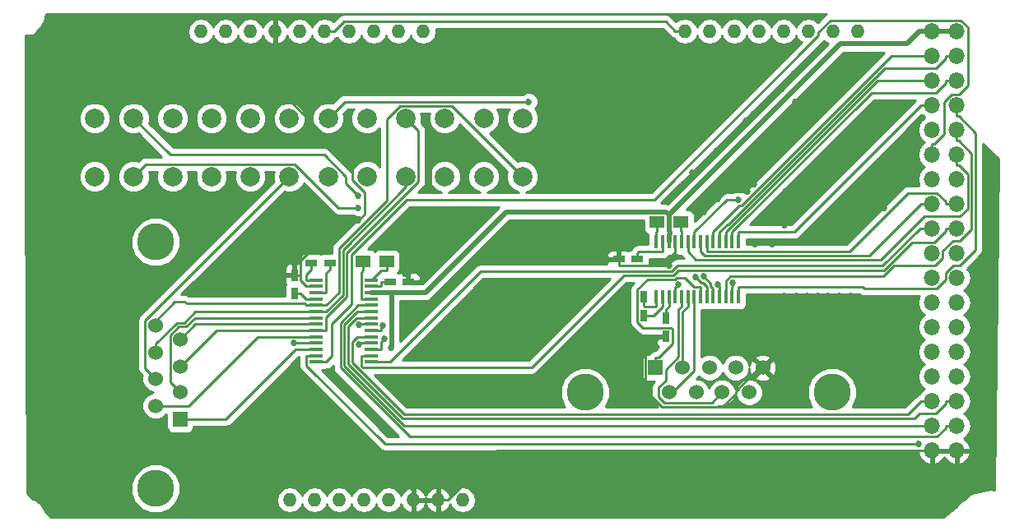
<source format=gtl>
%FSLAX46Y46*%
G04 Gerber Fmt 4.6, Leading zero omitted, Abs format (unit mm)*
G04 Created by KiCad (PCBNEW (2014-10-27 BZR 5228)-product) date Fri 14 Nov 2014 06:43:38 PM PST*
%MOMM*%
G01*
G04 APERTURE LIST*
%ADD10C,0.100000*%
%ADD11O,1.422400X1.422400*%
%ADD12O,1.676400X1.676400*%
%ADD13R,1.200000X0.750000*%
%ADD14R,0.750000X1.200000*%
%ADD15R,1.500000X1.250000*%
%ADD16C,3.810000*%
%ADD17R,1.524000X1.524000*%
%ADD18C,1.524000*%
%ADD19R,1.470660X0.419100*%
%ADD20R,0.419100X1.470660*%
%ADD21C,1.998980*%
%ADD22C,0.685800*%
%ADD23C,0.254000*%
%ADD24C,0.508000*%
%ADD25C,0.418800*%
G04 APERTURE END LIST*
D10*
D11*
X116586000Y-80911700D03*
X119126000Y-80911700D03*
X121666000Y-80911700D03*
X124206000Y-80911700D03*
X126746000Y-80911700D03*
X129286000Y-80911700D03*
X131826000Y-80911700D03*
X134366000Y-80911700D03*
X136906000Y-80911700D03*
X139446000Y-80911700D03*
X184150000Y-80911700D03*
X181610000Y-80911700D03*
X179070000Y-80911700D03*
X176530000Y-80911700D03*
X173990000Y-80911700D03*
X171450000Y-80911700D03*
X168910000Y-80911700D03*
X166370000Y-80911700D03*
D12*
X191770000Y-80912000D03*
X194310000Y-80912000D03*
X191770000Y-83452000D03*
X194310000Y-83452000D03*
X191770000Y-85992000D03*
X194310000Y-85992000D03*
X191770000Y-88532000D03*
X194310000Y-88532000D03*
X191770000Y-91072000D03*
X194310000Y-91072000D03*
X191770000Y-93612000D03*
X194310000Y-93612000D03*
X191770000Y-96152000D03*
X194310000Y-96152000D03*
X191770000Y-98692000D03*
X194310000Y-98692000D03*
X191770000Y-101232000D03*
X194310000Y-101232000D03*
X191770000Y-103772000D03*
X194310000Y-103772000D03*
X191770000Y-106312000D03*
X194310000Y-106312000D03*
X191770000Y-108852000D03*
X194310000Y-108852000D03*
X191770000Y-111392000D03*
X194310000Y-111392000D03*
X191770000Y-113932000D03*
X194310000Y-113932000D03*
X191770000Y-116472000D03*
X194310000Y-116472000D03*
X191770000Y-119012000D03*
X194310000Y-119012000D03*
X191770000Y-121552000D03*
X194310000Y-121552000D03*
X191770000Y-124092000D03*
X194310000Y-124092000D03*
D11*
X125730000Y-129172000D03*
X128270000Y-129172000D03*
X130810000Y-129172000D03*
X133350000Y-129172000D03*
X135890000Y-129172000D03*
X138430000Y-129172000D03*
X140970000Y-129172000D03*
X143510000Y-129172000D03*
D13*
X129855000Y-104800000D03*
X127955000Y-104800000D03*
X159578000Y-104394000D03*
X161478000Y-104394000D03*
D14*
X126187000Y-107935000D03*
X126187000Y-106035000D03*
D15*
X165969000Y-100559000D03*
X163469000Y-100559000D03*
D14*
X164440000Y-110429000D03*
X164440000Y-112329000D03*
D15*
X133218000Y-104597000D03*
X135718000Y-104597000D03*
D13*
X137907000Y-106731000D03*
X136007000Y-106731000D03*
D14*
X162154000Y-110170000D03*
X162154000Y-108270000D03*
D16*
X111912000Y-102591000D03*
X111912000Y-127991000D03*
D17*
X114452000Y-120879000D03*
D18*
X114452000Y-118085000D03*
X114452000Y-115418000D03*
X114452000Y-112624000D03*
X111912000Y-119482000D03*
X111912000Y-116688000D03*
X111912000Y-114021000D03*
X111912000Y-111227000D03*
D16*
X156083000Y-118110000D03*
X181483000Y-118110000D03*
D17*
X163322000Y-115570000D03*
D18*
X166116000Y-115570000D03*
X168910000Y-115570000D03*
X171577000Y-115570000D03*
X174371000Y-115570000D03*
X172974000Y-118110000D03*
X170180000Y-118110000D03*
X167513000Y-118110000D03*
X164719000Y-118110000D03*
D19*
X128467920Y-110418880D03*
X128467920Y-111069120D03*
X128467920Y-111719360D03*
X128467920Y-112369600D03*
X134061000Y-108478320D03*
X128467920Y-108468160D03*
X128467920Y-109118400D03*
X128467920Y-109768640D03*
X134066080Y-113019840D03*
X134066080Y-112369600D03*
X134066080Y-111719360D03*
X134066080Y-111069120D03*
X134066080Y-110418880D03*
X134066080Y-109768640D03*
X128467920Y-113019840D03*
X134061000Y-109118400D03*
X128467920Y-107817920D03*
X128467920Y-113670080D03*
X134066080Y-113670080D03*
X134066080Y-107817920D03*
X128467920Y-107170220D03*
X128467920Y-114317780D03*
X134066080Y-114317780D03*
X134066080Y-107170220D03*
X128467920Y-106519980D03*
X128467920Y-114968020D03*
X134066080Y-114968020D03*
X134066080Y-106519980D03*
D20*
X167314880Y-108209080D03*
X167965120Y-108209080D03*
X168615360Y-108209080D03*
X169265600Y-108209080D03*
X165374320Y-102616000D03*
X165364160Y-108209080D03*
X166014400Y-108209080D03*
X166664640Y-108209080D03*
X169915840Y-102610920D03*
X169265600Y-102610920D03*
X168615360Y-102610920D03*
X167965120Y-102610920D03*
X167314880Y-102610920D03*
X166664640Y-102610920D03*
X169915840Y-108209080D03*
X166014400Y-102616000D03*
X164713920Y-108209080D03*
X170566080Y-108209080D03*
X170566080Y-102610920D03*
X164713920Y-102610920D03*
X164066220Y-108209080D03*
X171213780Y-108209080D03*
X171213780Y-102610920D03*
X164066220Y-102610920D03*
X163415980Y-108209080D03*
X171864020Y-108209080D03*
X171864020Y-102610920D03*
X163415980Y-102610920D03*
D21*
X149658940Y-95862140D03*
X149658940Y-89862660D03*
X145658440Y-95862140D03*
X145658440Y-89862660D03*
X141657940Y-95862140D03*
X141657940Y-89862660D03*
X137659980Y-95862140D03*
X137659980Y-89862660D03*
X133659480Y-95862140D03*
X133659480Y-89862660D03*
X129658980Y-95862140D03*
X129658980Y-89862660D03*
X125661020Y-95862140D03*
X125661020Y-89862660D03*
X121660520Y-95862140D03*
X121660520Y-89862660D03*
X117660020Y-95862140D03*
X117660020Y-89862660D03*
X113662060Y-95862140D03*
X113662060Y-89862660D03*
X109661560Y-95862140D03*
X109661560Y-89862660D03*
X105661060Y-95862140D03*
X105661060Y-89862660D03*
D22*
X171296300Y-106787200D03*
X135302600Y-111244200D03*
X139790000Y-85530000D03*
X140160000Y-94270000D03*
X139640000Y-97240000D03*
X139420000Y-99750000D03*
X141150000Y-100750000D03*
X142610000Y-101250000D03*
X145460000Y-99630000D03*
X148030000Y-102040000D03*
X149760000Y-104050000D03*
X153110000Y-107290000D03*
X149700000Y-107850000D03*
X147240000Y-107350000D03*
X145010000Y-108800000D03*
X146010000Y-109640000D03*
X144280000Y-112930000D03*
X140920000Y-114000000D03*
X139750000Y-113330000D03*
X140690000Y-111840000D03*
X142600000Y-112040000D03*
X142720000Y-113230000D03*
X143540000Y-114100000D03*
X150440000Y-117090000D03*
X158500000Y-110590000D03*
X159690000Y-111200000D03*
X160450000Y-112220000D03*
X161240000Y-113000000D03*
X159590000Y-114680000D03*
X158050000Y-113380000D03*
X157670000Y-112170000D03*
X155900000Y-112960000D03*
X155180000Y-113790000D03*
X154830000Y-114450000D03*
X152940000Y-116620000D03*
X151700000Y-117760000D03*
X149510000Y-118200000D03*
X147330000Y-118180000D03*
X145710000Y-118090000D03*
X143360000Y-118010000D03*
X141600000Y-118180000D03*
X139610000Y-118010000D03*
X138440000Y-118030000D03*
X122939300Y-83169300D03*
X120620000Y-85500000D03*
X121349300Y-84759300D03*
X122200000Y-83980000D03*
X120560000Y-82340000D03*
X119750000Y-82980000D03*
X119030000Y-83700000D03*
X118190000Y-84480000D03*
X119880000Y-86250000D03*
X137576200Y-105856300D03*
X132775000Y-100370200D03*
X164720000Y-105026400D03*
X116930000Y-107340000D03*
X117830000Y-106450000D03*
X118576000Y-105706000D03*
X118480000Y-100720000D03*
X118490000Y-99320000D03*
X118460000Y-98330000D03*
X117270000Y-98080000D03*
X117070000Y-99220000D03*
X116710000Y-100520000D03*
X116630000Y-101690000D03*
X117720000Y-101740000D03*
X117890000Y-100080000D03*
X134980000Y-124820000D03*
X132590000Y-122430000D03*
X130510000Y-120450000D03*
X129330000Y-119250000D03*
X127960000Y-118080000D03*
X126580000Y-116440000D03*
X125790000Y-115820000D03*
X129990000Y-116440000D03*
X131220000Y-117580000D03*
X132300000Y-118650000D03*
X133830000Y-120070000D03*
X135360000Y-116640000D03*
X137460000Y-116570000D03*
X176380000Y-86800000D03*
X177670000Y-88150000D03*
X180190000Y-89430000D03*
X184790000Y-89920000D03*
X184630000Y-92300000D03*
X178940000Y-96720000D03*
X177340000Y-99620000D03*
X179760000Y-101500000D03*
X180770000Y-100150000D03*
X178510000Y-99260000D03*
X180010000Y-97510000D03*
X183520000Y-97360000D03*
X183570000Y-99390000D03*
X185450000Y-99360000D03*
X186330000Y-96700000D03*
X187250000Y-94950000D03*
X187250000Y-93520000D03*
X185830000Y-92000000D03*
X186280000Y-89840000D03*
X190830000Y-89790000D03*
X189360000Y-92180000D03*
X187530000Y-97280000D03*
X186820000Y-99090000D03*
X175310000Y-102820000D03*
X173560000Y-102790000D03*
X174850000Y-100330000D03*
X176710000Y-97380000D03*
X173490000Y-96650000D03*
X172640000Y-94620000D03*
X171480000Y-94740000D03*
X169190000Y-97410000D03*
X167160000Y-95500000D03*
X166190000Y-96650000D03*
X163280000Y-94660000D03*
X162000000Y-89070000D03*
X157690000Y-85330000D03*
X150010000Y-81220000D03*
X163830000Y-84620000D03*
X164710000Y-91400000D03*
X168250000Y-98170000D03*
X168300000Y-99490000D03*
X169770000Y-98210000D03*
X172770000Y-97370000D03*
X177780000Y-96400000D03*
X176570000Y-100870000D03*
X176580000Y-108170000D03*
X177840000Y-108180000D03*
X178960000Y-108180000D03*
X180040000Y-108180000D03*
X181090000Y-108170000D03*
X182310000Y-108180000D03*
X183440000Y-108170000D03*
X184070000Y-108870000D03*
X186920000Y-109770000D03*
X183310000Y-111860000D03*
X180770000Y-112040000D03*
X176610000Y-113870000D03*
X177710000Y-85190000D03*
X150160000Y-85510000D03*
X148800000Y-84160000D03*
X147710000Y-82950000D03*
X146510000Y-81750000D03*
X147970000Y-81260000D03*
X169580000Y-93250000D03*
X172660000Y-90170000D03*
X173380000Y-89470000D03*
X177570000Y-85320000D03*
X126118700Y-113019900D03*
X132775000Y-97865800D03*
X165697700Y-106976600D03*
X132764300Y-99080800D03*
X132808000Y-113135300D03*
X132809500Y-111107900D03*
X135453600Y-112546100D03*
X136143800Y-113476700D03*
X190446700Y-123387300D03*
X167458600Y-106222400D03*
X150280700Y-88147600D03*
X168297700Y-106164600D03*
X171903000Y-98256500D03*
X169727700Y-106959700D03*
D23*
X186201000Y-85992000D02*
X191770000Y-85992000D01*
X170597100Y-101595900D02*
X186201000Y-85992000D01*
X170566100Y-101595900D02*
X170597100Y-101595900D01*
X170566100Y-102610900D02*
X170566100Y-101595900D01*
X171296300Y-107111600D02*
X171296300Y-106787200D01*
X171213800Y-107194100D02*
X171296300Y-107111600D01*
X171213800Y-108209100D02*
X171213800Y-107194100D01*
X134066100Y-110418900D02*
X133051100Y-110418900D01*
X194310000Y-119012000D02*
X193192100Y-119012000D01*
X193192100Y-119243600D02*
X193192100Y-119012000D01*
X192153700Y-120282000D02*
X193192100Y-119243600D01*
X190504600Y-120282000D02*
X192153700Y-120282000D01*
X190008400Y-120778200D02*
X190504600Y-120282000D01*
X137323400Y-120778200D02*
X190008400Y-120778200D01*
X131752700Y-115207500D02*
X137323400Y-120778200D01*
X131752700Y-111284200D02*
X131752700Y-115207500D01*
X132618000Y-110418900D02*
X131752700Y-111284200D01*
X133051100Y-110418900D02*
X132618000Y-110418900D01*
X164376300Y-79908900D02*
X165379100Y-80911700D01*
X131279700Y-79908900D02*
X164376300Y-79908900D01*
X130276900Y-80911700D02*
X131279700Y-79908900D01*
X129286000Y-80911700D02*
X130276900Y-80911700D01*
X166370000Y-80911700D02*
X165379100Y-80911700D01*
X135081100Y-111465700D02*
X135302600Y-111244200D01*
X135081100Y-111719400D02*
X135081100Y-111465700D01*
X134066100Y-111719400D02*
X135081100Y-111719400D01*
X126349200Y-113670100D02*
X128467900Y-113670100D01*
X119140300Y-120879000D02*
X126349200Y-113670100D01*
X114452000Y-120879000D02*
X119140300Y-120879000D01*
X128467900Y-110418900D02*
X127452900Y-110418900D01*
X115944400Y-110418900D02*
X127452900Y-110418900D01*
X115027200Y-111336100D02*
X115944400Y-110418900D01*
X114266200Y-111336100D02*
X115027200Y-111336100D01*
X113410200Y-112192100D02*
X114266200Y-111336100D01*
X113410200Y-117043200D02*
X113410200Y-112192100D01*
X114452000Y-118085000D02*
X113410200Y-117043200D01*
X118150600Y-111719400D02*
X128467900Y-111719400D01*
X114452000Y-115418000D02*
X118150600Y-111719400D01*
X128467900Y-111719400D02*
X129482900Y-111719400D01*
X138946700Y-91149400D02*
X137660000Y-89862700D01*
X138946700Y-96403300D02*
X138946700Y-91149400D01*
X131589500Y-103760500D02*
X138946700Y-96403300D01*
X131589500Y-108237300D02*
X131589500Y-103760500D01*
X129482900Y-110343900D02*
X131589500Y-108237300D01*
X129482900Y-111719400D02*
X129482900Y-110343900D01*
X116006900Y-111069100D02*
X128467900Y-111069100D01*
X114452000Y-112624000D02*
X116006900Y-111069100D01*
X139050000Y-84790000D02*
X124206000Y-84790000D01*
X139790000Y-85530000D02*
X139050000Y-84790000D01*
X140160000Y-96720000D02*
X140160000Y-94270000D01*
X139640000Y-97240000D02*
X140160000Y-96720000D01*
X140150000Y-99750000D02*
X139420000Y-99750000D01*
X141150000Y-100750000D02*
X140150000Y-99750000D01*
X143840000Y-101250000D02*
X142610000Y-101250000D01*
X145460000Y-99630000D02*
X143840000Y-101250000D01*
X148030000Y-102320000D02*
X148030000Y-102040000D01*
X149760000Y-104050000D02*
X148030000Y-102320000D01*
X150260000Y-107290000D02*
X153110000Y-107290000D01*
X149700000Y-107850000D02*
X150260000Y-107290000D01*
X146460000Y-107350000D02*
X147240000Y-107350000D01*
X145010000Y-108800000D02*
X146460000Y-107350000D01*
X146010000Y-111200000D02*
X146010000Y-109640000D01*
X144280000Y-112930000D02*
X146010000Y-111200000D01*
X140420000Y-114000000D02*
X140920000Y-114000000D01*
X139750000Y-113330000D02*
X140420000Y-114000000D01*
X142400000Y-111840000D02*
X140690000Y-111840000D01*
X142600000Y-112040000D02*
X142400000Y-111840000D01*
X142720000Y-113280000D02*
X142720000Y-113230000D01*
X143540000Y-114100000D02*
X142720000Y-113280000D01*
X152000000Y-117090000D02*
X150440000Y-117090000D01*
X158500000Y-110590000D02*
X152000000Y-117090000D01*
X159690000Y-111460000D02*
X159690000Y-111200000D01*
X160450000Y-112220000D02*
X159690000Y-111460000D01*
X161240000Y-113030000D02*
X161240000Y-113000000D01*
X159590000Y-114680000D02*
X161240000Y-113030000D01*
X158050000Y-112550000D02*
X158050000Y-113380000D01*
X157670000Y-112170000D02*
X158050000Y-112550000D01*
X155900000Y-113070000D02*
X155900000Y-112960000D01*
X155180000Y-113790000D02*
X155900000Y-113070000D01*
X154830000Y-114730000D02*
X154830000Y-114450000D01*
X152940000Y-116620000D02*
X154830000Y-114730000D01*
X149950000Y-117760000D02*
X151700000Y-117760000D01*
X149510000Y-118200000D02*
X149950000Y-117760000D01*
X145800000Y-118180000D02*
X147330000Y-118180000D01*
X145710000Y-118090000D02*
X145800000Y-118180000D01*
X141770000Y-118010000D02*
X143360000Y-118010000D01*
X141600000Y-118180000D02*
X141770000Y-118010000D01*
X138460000Y-118010000D02*
X139610000Y-118010000D01*
X138440000Y-118030000D02*
X138460000Y-118010000D01*
X123028600Y-83080000D02*
X123040000Y-83080000D01*
X122939300Y-83169300D02*
X123028600Y-83080000D01*
X120620000Y-85488600D02*
X120620000Y-85500000D01*
X121349300Y-84759300D02*
X120620000Y-85488600D01*
X120560000Y-82340000D02*
X122200000Y-83980000D01*
X119030000Y-83700000D02*
X119750000Y-82980000D01*
X118190000Y-84560000D02*
X118190000Y-84480000D01*
X119880000Y-86250000D02*
X118190000Y-84560000D01*
X126841700Y-106559000D02*
X126841700Y-106035000D01*
X127452900Y-107170200D02*
X126841700Y-106559000D01*
X128467900Y-107170200D02*
X127452900Y-107170200D01*
X126514400Y-106035000D02*
X126841700Y-106035000D01*
X137907000Y-106731000D02*
X137907000Y-106076300D01*
X137796200Y-106076300D02*
X137907000Y-106076300D01*
X137576200Y-105856300D02*
X137796200Y-106076300D01*
X140970000Y-129172000D02*
X138430000Y-129172000D01*
X194310000Y-124092000D02*
X191770000Y-124092000D01*
X140970000Y-129172000D02*
X141960900Y-129172000D01*
X126514400Y-106035000D02*
X126187000Y-106035000D01*
X191770000Y-124092000D02*
X190652100Y-124092000D01*
X147040900Y-124092000D02*
X190652100Y-124092000D01*
X141960900Y-129172000D02*
X147040900Y-124092000D01*
X130964500Y-100370200D02*
X132775000Y-100370200D01*
X126841700Y-104493000D02*
X130964500Y-100370200D01*
X126841700Y-106035000D02*
X126841700Y-104493000D01*
X124206000Y-86561300D02*
X124206000Y-84790000D01*
X132775000Y-100370200D02*
X133397600Y-99747600D01*
X133397600Y-99747600D02*
X133397600Y-97502100D01*
X133397600Y-97502100D02*
X132132000Y-96236500D01*
X132132000Y-96236500D02*
X132132000Y-94487300D01*
X132132000Y-94487300D02*
X124206000Y-86561300D01*
X124206000Y-84790000D02*
X124206000Y-80911700D01*
X162280200Y-113834100D02*
X163785300Y-112329000D01*
X162280200Y-117871300D02*
X162280200Y-113834100D01*
X163992100Y-119583200D02*
X162280200Y-117871300D01*
X170204500Y-119583200D02*
X163992100Y-119583200D01*
X171577100Y-118210600D02*
X170204500Y-119583200D01*
X171577100Y-117993300D02*
X171577100Y-118210600D01*
X174000400Y-115570000D02*
X171577100Y-117993300D01*
X174371000Y-115570000D02*
X174000400Y-115570000D01*
X164440000Y-112329000D02*
X163785300Y-112329000D01*
X165374300Y-102616000D02*
X165374300Y-103631000D01*
X159578000Y-104394000D02*
X159578000Y-105048700D01*
X164697700Y-105048700D02*
X164720000Y-105026400D01*
X159578000Y-105048700D02*
X164697700Y-105048700D01*
X164720000Y-104285300D02*
X165374300Y-103631000D01*
X164720000Y-105026400D02*
X164720000Y-104285300D01*
X116930000Y-107340000D02*
X117820000Y-106450000D01*
X117820000Y-106450000D02*
X117830000Y-106450000D01*
X118576000Y-105706000D02*
X118962000Y-105320000D01*
X118962000Y-105320000D02*
X118990000Y-105320000D01*
X118480000Y-100720000D02*
X118490000Y-100710000D01*
X118490000Y-100710000D02*
X118490000Y-99320000D01*
X118460000Y-98330000D02*
X118210000Y-98080000D01*
X118210000Y-98080000D02*
X117270000Y-98080000D01*
X117070000Y-99220000D02*
X116710000Y-99580000D01*
X116710000Y-99580000D02*
X116710000Y-100520000D01*
X116630000Y-101690000D02*
X116680000Y-101740000D01*
X116680000Y-101740000D02*
X117720000Y-101740000D01*
X117890000Y-100080000D02*
X119350000Y-98620000D01*
X119350000Y-98620000D02*
X119350000Y-96750000D01*
X138430000Y-128270000D02*
X134980000Y-124820000D01*
X132590000Y-122430000D02*
X130610000Y-120450000D01*
X130610000Y-120450000D02*
X130510000Y-120450000D01*
X129330000Y-119250000D02*
X128160000Y-118080000D01*
X128160000Y-118080000D02*
X127960000Y-118080000D01*
X126580000Y-116440000D02*
X125960000Y-115820000D01*
X125960000Y-115820000D02*
X125790000Y-115820000D01*
X129990000Y-116440000D02*
X131130000Y-117580000D01*
X131130000Y-117580000D02*
X131220000Y-117580000D01*
X132300000Y-118650000D02*
X133720000Y-120070000D01*
X133720000Y-120070000D02*
X133830000Y-120070000D01*
X135360000Y-116640000D02*
X135430000Y-116570000D01*
X135430000Y-116570000D02*
X137460000Y-116570000D01*
X138430000Y-129172000D02*
X138430000Y-128270000D01*
X176380000Y-86520000D02*
X176380000Y-86800000D01*
X177670000Y-88150000D02*
X178950000Y-89430000D01*
X178950000Y-89430000D02*
X180190000Y-89430000D01*
X184790000Y-89920000D02*
X184630000Y-90080000D01*
X184630000Y-90080000D02*
X184630000Y-92300000D01*
X178940000Y-96720000D02*
X177340000Y-98320000D01*
X177340000Y-98320000D02*
X177340000Y-99620000D01*
X179760000Y-101500000D02*
X180770000Y-100490000D01*
X180770000Y-100490000D02*
X180770000Y-100150000D01*
X178510000Y-99260000D02*
X180010000Y-97760000D01*
X180010000Y-97760000D02*
X180010000Y-97510000D01*
X183520000Y-97360000D02*
X183570000Y-97410000D01*
X183570000Y-97410000D02*
X183570000Y-99390000D01*
X185450000Y-99360000D02*
X186330000Y-98480000D01*
X186330000Y-98480000D02*
X186330000Y-96700000D01*
X187250000Y-94950000D02*
X187250000Y-93520000D01*
X185830000Y-92000000D02*
X186280000Y-91550000D01*
X186280000Y-91550000D02*
X186280000Y-89840000D01*
X190830000Y-89790000D02*
X189360000Y-91260000D01*
X189360000Y-91260000D02*
X189360000Y-92180000D01*
X187530000Y-97280000D02*
X186820000Y-97990000D01*
X186820000Y-97990000D02*
X186820000Y-99090000D01*
X175310000Y-102820000D02*
X175280000Y-102790000D01*
X175280000Y-102790000D02*
X173560000Y-102790000D01*
X174850000Y-100330000D02*
X176710000Y-98470000D01*
X176710000Y-98470000D02*
X176710000Y-97380000D01*
X173490000Y-96650000D02*
X172640000Y-95800000D01*
X172640000Y-95800000D02*
X172640000Y-94620000D01*
X171480000Y-94740000D02*
X169190000Y-97030000D01*
X169190000Y-97030000D02*
X169190000Y-97410000D01*
X167160000Y-95500000D02*
X166190000Y-96470000D01*
X166190000Y-96470000D02*
X166190000Y-96650000D01*
X163280000Y-94660000D02*
X162000000Y-93380000D01*
X162000000Y-93380000D02*
X162000000Y-89070000D01*
X157690000Y-85330000D02*
X153580000Y-81220000D01*
X153580000Y-81220000D02*
X150010000Y-81220000D01*
X163830000Y-84620000D02*
X164710000Y-85500000D01*
X164710000Y-85500000D02*
X164710000Y-91400000D01*
X168250000Y-98170000D02*
X168300000Y-98220000D01*
X168300000Y-98220000D02*
X168300000Y-99490000D01*
X169770000Y-98210000D02*
X170610000Y-97370000D01*
X170610000Y-97370000D02*
X172770000Y-97370000D01*
X177780000Y-96400000D02*
X176570000Y-97610000D01*
X176570000Y-97610000D02*
X176570000Y-100870000D01*
X176580000Y-108170000D02*
X176590000Y-108180000D01*
X176590000Y-108180000D02*
X177840000Y-108180000D01*
X178960000Y-108180000D02*
X180040000Y-108180000D01*
X181090000Y-108170000D02*
X181100000Y-108180000D01*
X181100000Y-108180000D02*
X182310000Y-108180000D01*
X183440000Y-108170000D02*
X184070000Y-108800000D01*
X184070000Y-108800000D02*
X184070000Y-108870000D01*
X186920000Y-109770000D02*
X184830000Y-111860000D01*
X184830000Y-111860000D02*
X183310000Y-111860000D01*
X180770000Y-112040000D02*
X178940000Y-113870000D01*
X178940000Y-113870000D02*
X176610000Y-113870000D01*
X177710000Y-85190000D02*
X176380000Y-86520000D01*
X150140000Y-85530000D02*
X150160000Y-85510000D01*
X148800000Y-84160000D02*
X147710000Y-83070000D01*
X147710000Y-83070000D02*
X147710000Y-82950000D01*
X146510000Y-81750000D02*
X147000000Y-81260000D01*
X147000000Y-81260000D02*
X147970000Y-81260000D01*
X169580000Y-93250000D02*
X172660000Y-90170000D01*
X173380000Y-89470000D02*
X177530000Y-85320000D01*
X177530000Y-85320000D02*
X177570000Y-85320000D01*
X139790000Y-85530000D02*
X150140000Y-85530000D01*
X122442500Y-112369600D02*
X128467900Y-112369600D01*
X115330100Y-119482000D02*
X122442500Y-112369600D01*
X111912000Y-119482000D02*
X115330100Y-119482000D01*
X127452900Y-113019900D02*
X127452900Y-113019800D01*
X126118700Y-113019900D02*
X127452900Y-113019900D01*
X128467900Y-113019800D02*
X127452900Y-113019800D01*
X110848200Y-110674900D02*
X125661000Y-95862100D01*
X110848200Y-115624200D02*
X110848200Y-110674900D01*
X111912000Y-116688000D02*
X110848200Y-115624200D01*
X128467900Y-109768600D02*
X127452900Y-109768600D01*
X128467900Y-109768600D02*
X129482900Y-109768600D01*
X137660000Y-96941000D02*
X137660000Y-95862100D01*
X131182800Y-103418200D02*
X137660000Y-96941000D01*
X131182800Y-108068700D02*
X131182800Y-103418200D01*
X129482900Y-109768600D02*
X131182800Y-108068700D01*
X116019600Y-109768600D02*
X127452900Y-109768600D01*
X114858800Y-110929400D02*
X116019600Y-109768600D01*
X114097500Y-110929400D02*
X114858800Y-110929400D01*
X111912000Y-113114900D02*
X114097500Y-110929400D01*
X111912000Y-114021000D02*
X111912000Y-113114900D01*
X128467900Y-109118400D02*
X127452900Y-109118400D01*
X128467900Y-109118400D02*
X129482900Y-109118400D01*
X142374900Y-88578100D02*
X149658900Y-95862100D01*
X137070100Y-88578100D02*
X142374900Y-88578100D01*
X135707600Y-89940600D02*
X137070100Y-88578100D01*
X135707600Y-98318200D02*
X135707600Y-89940600D01*
X130776100Y-103249700D02*
X135707600Y-98318200D01*
X130776100Y-107825200D02*
X130776100Y-103249700D01*
X129482900Y-109118400D02*
X130776100Y-107825200D01*
X111912000Y-110781700D02*
X111912000Y-111227000D01*
X113902400Y-108791300D02*
X111912000Y-110781700D01*
X114926900Y-108791300D02*
X113902400Y-108791300D01*
X115036400Y-108900800D02*
X114926900Y-108791300D01*
X127235300Y-108900800D02*
X115036400Y-108900800D01*
X127452900Y-109118400D02*
X127235300Y-108900800D01*
X163322000Y-115570000D02*
X163322000Y-114528300D01*
X167965100Y-108209100D02*
X167965100Y-107194100D01*
X113439500Y-93640600D02*
X109661600Y-89862700D01*
X129248600Y-93640600D02*
X113439500Y-93640600D01*
X131483100Y-95875100D02*
X129248600Y-93640600D01*
X131483100Y-96573900D02*
X131483100Y-95875100D01*
X132775000Y-97865800D02*
X131483100Y-96573900D01*
X163611200Y-114528300D02*
X163322000Y-114528300D01*
X165094800Y-113044700D02*
X163611200Y-114528300D01*
X165094800Y-111587400D02*
X165094800Y-113044700D01*
X164956600Y-111449200D02*
X165094800Y-111587400D01*
X162058000Y-111449200D02*
X164956600Y-111449200D01*
X161488700Y-110879900D02*
X162058000Y-111449200D01*
X161488700Y-107484700D02*
X161488700Y-110879900D01*
X162510200Y-106463200D02*
X161488700Y-107484700D01*
X165330600Y-106463200D02*
X162510200Y-106463200D01*
X165506900Y-106286900D02*
X165330600Y-106463200D01*
X166375200Y-106286900D02*
X165506900Y-106286900D01*
X167282400Y-107194100D02*
X166375200Y-106286900D01*
X167965100Y-107194100D02*
X167282400Y-107194100D01*
X166664600Y-108209100D02*
X166664600Y-109224100D01*
X166116000Y-109772700D02*
X166664600Y-109224100D01*
X166116000Y-115570000D02*
X166116000Y-109772700D01*
X165364200Y-108209100D02*
X165364200Y-107194100D01*
X165480200Y-107194100D02*
X165697700Y-106976600D01*
X165364200Y-107194100D02*
X165480200Y-107194100D01*
X166014400Y-108209100D02*
X166014400Y-109224100D01*
X165709300Y-109529200D02*
X166014400Y-109224100D01*
X165709300Y-114411700D02*
X165709300Y-109529200D01*
X164376600Y-115744400D02*
X165709300Y-114411700D01*
X164376600Y-116853700D02*
X164376600Y-115744400D01*
X163672700Y-117557600D02*
X164376600Y-116853700D01*
X163672700Y-118592600D02*
X163672700Y-117557600D01*
X164249800Y-119169700D02*
X163672700Y-118592600D01*
X169120300Y-119169700D02*
X164249800Y-119169700D01*
X170180000Y-118110000D02*
X169120300Y-119169700D01*
X167314900Y-108209100D02*
X167314900Y-109224100D01*
X167314900Y-115870300D02*
X167314900Y-109224100D01*
X165075200Y-118110000D02*
X167314900Y-115870300D01*
X164719000Y-118110000D02*
X165075200Y-118110000D01*
X130752000Y-99080800D02*
X132764300Y-99080800D01*
X126252600Y-94581400D02*
X130752000Y-99080800D01*
X110942300Y-94581400D02*
X126252600Y-94581400D01*
X109661600Y-95862100D02*
X110942300Y-94581400D01*
X134066100Y-113019800D02*
X133051100Y-113019800D01*
X132923500Y-113019800D02*
X132808000Y-113135300D01*
X133051100Y-113019800D02*
X132923500Y-113019800D01*
X132848300Y-111069100D02*
X132809500Y-111107900D01*
X134066100Y-111069100D02*
X132848300Y-111069100D01*
X135081100Y-112918600D02*
X135453600Y-112546100D01*
X135081100Y-113670100D02*
X135081100Y-112918600D01*
X134066100Y-113670100D02*
X135081100Y-113670100D01*
D24*
X194310000Y-80912000D02*
X191770000Y-80912000D01*
X134066100Y-107817900D02*
X135208100Y-107817900D01*
X164720300Y-102604500D02*
X164720300Y-101804400D01*
X164713900Y-102610900D02*
X164720300Y-102604500D01*
D25*
X164814700Y-101710000D02*
X164720300Y-101804400D01*
X164814700Y-101597200D02*
X164814700Y-101710000D01*
D24*
X136203200Y-113417300D02*
X136203200Y-107817900D01*
X136143800Y-113476700D02*
X136203200Y-113417300D01*
X136203200Y-107817900D02*
X135208100Y-107817900D01*
X191770000Y-80912000D02*
X190525100Y-80912000D01*
X189230100Y-82207000D02*
X190525100Y-80912000D01*
X182326200Y-82207000D02*
X189230100Y-82207000D01*
X164715300Y-99817900D02*
X182326200Y-82207000D01*
X164715300Y-101497800D02*
X164715300Y-99817900D01*
X164814700Y-101597200D02*
X164715300Y-101497800D01*
X139691700Y-107817900D02*
X136203200Y-107817900D01*
X147982400Y-99527200D02*
X139691700Y-107817900D01*
X164424600Y-99527200D02*
X147982400Y-99527200D01*
X164715300Y-99817900D02*
X164424600Y-99527200D01*
D23*
X133046000Y-105673700D02*
X133218000Y-105501700D01*
X133046000Y-108478300D02*
X133046000Y-105673700D01*
X134061000Y-108478300D02*
X133046000Y-108478300D01*
X133218000Y-104597000D02*
X133218000Y-105501700D01*
X191770000Y-119012000D02*
X190652100Y-119012000D01*
X132687400Y-112369600D02*
X134066100Y-112369600D01*
X132161800Y-112895200D02*
X132687400Y-112369600D01*
X132161800Y-115041500D02*
X132161800Y-112895200D01*
X137462300Y-120342000D02*
X132161800Y-115041500D01*
X189322100Y-120342000D02*
X137462300Y-120342000D01*
X190652100Y-119012000D02*
X189322100Y-120342000D01*
X134066100Y-109768600D02*
X133051100Y-109768600D01*
X191770000Y-121552000D02*
X190652100Y-121552000D01*
X137522000Y-121552000D02*
X190652100Y-121552000D01*
X131346000Y-115376000D02*
X137522000Y-121552000D01*
X131346000Y-111115700D02*
X131346000Y-115376000D01*
X132693100Y-109768600D02*
X131346000Y-111115700D01*
X133051100Y-109768600D02*
X132693100Y-109768600D01*
X134061000Y-109118400D02*
X133046000Y-109118400D01*
X194310000Y-121552000D02*
X193192100Y-121552000D01*
X193192100Y-121783600D02*
X193192100Y-121552000D01*
X192293000Y-122682700D02*
X193192100Y-121783600D01*
X138067500Y-122682700D02*
X192293000Y-122682700D01*
X130939200Y-115554400D02*
X138067500Y-122682700D01*
X130939200Y-110947300D02*
X130939200Y-115554400D01*
X132768100Y-109118400D02*
X130939200Y-110947300D01*
X133046000Y-109118400D02*
X132768100Y-109118400D01*
X129482900Y-105826800D02*
X129855000Y-105454700D01*
X129482900Y-107817900D02*
X129482900Y-105826800D01*
X128467900Y-107817900D02*
X129482900Y-107817900D01*
X129855000Y-104800000D02*
X129855000Y-105454700D01*
X135509500Y-123387300D02*
X190446700Y-123387300D01*
X127452900Y-115330700D02*
X135509500Y-123387300D01*
X127452900Y-114317800D02*
X127452900Y-115330700D01*
X128467900Y-114317800D02*
X127452900Y-114317800D01*
X134066100Y-114317800D02*
X133051100Y-114317800D01*
X194310000Y-101232000D02*
X193192100Y-101232000D01*
X133051100Y-115355500D02*
X133051100Y-114317800D01*
X133205000Y-115509400D02*
X133051100Y-115355500D01*
X150613600Y-115509400D02*
X133205000Y-115509400D01*
X160066500Y-106056500D02*
X150613600Y-115509400D01*
X165162100Y-106056500D02*
X160066500Y-106056500D01*
X165699200Y-105519400D02*
X165162100Y-106056500D01*
X186820300Y-105519400D02*
X165699200Y-105519400D01*
X189693800Y-102645900D02*
X186820300Y-105519400D01*
X192009800Y-102645900D02*
X189693800Y-102645900D01*
X193192100Y-101463600D02*
X192009800Y-102645900D01*
X193192100Y-101232000D02*
X193192100Y-101463600D01*
X192001600Y-92494100D02*
X191770000Y-92494100D01*
X193040000Y-91455700D02*
X192001600Y-92494100D01*
X193040000Y-88168000D02*
X193040000Y-91455700D01*
X193794000Y-87414000D02*
X193040000Y-88168000D01*
X194548100Y-87414000D02*
X193794000Y-87414000D01*
X195471500Y-86490600D02*
X194548100Y-87414000D01*
X195471500Y-80489000D02*
X195471500Y-86490600D01*
X194751600Y-79769100D02*
X195471500Y-80489000D01*
X181331800Y-79769100D02*
X194751600Y-79769100D01*
X180111700Y-80989200D02*
X181331800Y-79769100D01*
X180111700Y-81345500D02*
X180111700Y-80989200D01*
X163218000Y-98239200D02*
X180111700Y-81345500D01*
X137763000Y-98239200D02*
X163218000Y-98239200D01*
X132092300Y-103909900D02*
X137763000Y-98239200D01*
X132092300Y-109049700D02*
X132092300Y-103909900D01*
X130067100Y-111074900D02*
X132092300Y-109049700D01*
X130067100Y-114383800D02*
X130067100Y-111074900D01*
X129482900Y-114968000D02*
X130067100Y-114383800D01*
X128467900Y-114968000D02*
X129482900Y-114968000D01*
X191770000Y-93612000D02*
X191770000Y-92494100D01*
X191770000Y-101232000D02*
X190652100Y-101232000D01*
X136023100Y-114968000D02*
X134066100Y-114968000D01*
X145341300Y-105649800D02*
X136023100Y-114968000D01*
X164993600Y-105649800D02*
X145341300Y-105649800D01*
X165580700Y-105062700D02*
X164993600Y-105649800D01*
X186701800Y-105062700D02*
X165580700Y-105062700D01*
X190532500Y-101232000D02*
X186701800Y-105062700D01*
X190652100Y-101232000D02*
X190532500Y-101232000D01*
X168615400Y-108209100D02*
X168615400Y-107194100D01*
X168208600Y-106787300D02*
X168615400Y-107194100D01*
X168023500Y-106787300D02*
X168208600Y-106787300D01*
X167458600Y-106222400D02*
X168023500Y-106787300D01*
X169265600Y-107426100D02*
X169265600Y-108209100D01*
X169022200Y-107182700D02*
X169265600Y-107426100D01*
X169022200Y-106889100D02*
X169022200Y-107182700D01*
X168297700Y-106164600D02*
X169022200Y-106889100D01*
X131374100Y-88147600D02*
X150280700Y-88147600D01*
X129659000Y-89862700D02*
X131374100Y-88147600D01*
X194310000Y-83452000D02*
X193192100Y-83452000D01*
X169915800Y-102610900D02*
X169915800Y-101595900D01*
X170740300Y-100771400D02*
X169915800Y-101595900D01*
X170846400Y-100771400D02*
X170740300Y-100771400D01*
X186895800Y-84722000D02*
X170846400Y-100771400D01*
X192153700Y-84722000D02*
X186895800Y-84722000D01*
X193192100Y-83683600D02*
X192153700Y-84722000D01*
X193192100Y-83452000D02*
X193192100Y-83683600D01*
X169265600Y-102610900D02*
X169265600Y-101595900D01*
X171982300Y-98879200D02*
X169265600Y-101595900D01*
X172163400Y-98879200D02*
X171982300Y-98879200D01*
X187590600Y-83452000D02*
X172163400Y-98879200D01*
X191770000Y-83452000D02*
X187590600Y-83452000D01*
X193192100Y-98460400D02*
X193192100Y-98692000D01*
X192293000Y-97561300D02*
X193192100Y-98460400D01*
X189342400Y-97561300D02*
X192293000Y-97561300D01*
X183277800Y-103625900D02*
X189342400Y-97561300D01*
X168615400Y-103625900D02*
X183277800Y-103625900D01*
X168615400Y-102610900D02*
X168615400Y-103625900D01*
X194310000Y-98692000D02*
X193192100Y-98692000D01*
X167965100Y-102610900D02*
X167965100Y-103625900D01*
X191770000Y-98692000D02*
X190652100Y-98692000D01*
X185311500Y-104032600D02*
X190652100Y-98692000D01*
X168371800Y-104032600D02*
X185311500Y-104032600D01*
X167965100Y-103625900D02*
X168371800Y-104032600D01*
X167314900Y-102610900D02*
X167314900Y-101595900D01*
X170654300Y-98256500D02*
X171903000Y-98256500D01*
X167314900Y-101595900D02*
X170654300Y-98256500D01*
X166664600Y-102610900D02*
X166664600Y-103625900D01*
X194310000Y-93612000D02*
X194310000Y-94729900D01*
X194541600Y-94729900D02*
X194310000Y-94729900D01*
X195442600Y-95630900D02*
X194541600Y-94729900D01*
X195442600Y-99187400D02*
X195442600Y-95630900D01*
X194668000Y-99962000D02*
X195442600Y-99187400D01*
X190987700Y-99962000D02*
X194668000Y-99962000D01*
X186508400Y-104441300D02*
X190987700Y-99962000D01*
X167480000Y-104441300D02*
X186508400Y-104441300D01*
X166664600Y-103625900D02*
X167480000Y-104441300D01*
X169915800Y-107147800D02*
X169727700Y-106959700D01*
X169915800Y-108209100D02*
X169915800Y-107147800D01*
X170566100Y-108209100D02*
X170566100Y-107194100D01*
X194310000Y-91072000D02*
X194310000Y-92189900D01*
X170566100Y-106636000D02*
X170566100Y-107194100D01*
X171037500Y-106164600D02*
X170566100Y-106636000D01*
X186750300Y-106164600D02*
X171037500Y-106164600D01*
X187872900Y-105042000D02*
X186750300Y-106164600D01*
X192087200Y-105042000D02*
X187872900Y-105042000D01*
X192888000Y-104241200D02*
X192087200Y-105042000D01*
X192888000Y-103548600D02*
X192888000Y-104241200D01*
X193934600Y-102502000D02*
X192888000Y-103548600D01*
X194626500Y-102502000D02*
X193934600Y-102502000D01*
X195849400Y-101279100D02*
X194626500Y-102502000D01*
X195849400Y-93497700D02*
X195849400Y-101279100D01*
X194541600Y-92189900D02*
X195849400Y-93497700D01*
X194310000Y-92189900D02*
X194541600Y-92189900D01*
X163120300Y-110170000D02*
X162154000Y-110170000D01*
X164066200Y-109224100D02*
X163120300Y-110170000D01*
X164066200Y-108209100D02*
X164066200Y-109224100D01*
X171213800Y-102610900D02*
X171213800Y-101595900D01*
X194310000Y-85992000D02*
X193192100Y-85992000D01*
X193192100Y-86223600D02*
X193192100Y-85992000D01*
X192153700Y-87262000D02*
X193192100Y-86223600D01*
X185547700Y-87262000D02*
X192153700Y-87262000D01*
X171213800Y-101595900D02*
X185547700Y-87262000D01*
X171864000Y-108209100D02*
X171864000Y-107194100D01*
X194310000Y-88532000D02*
X194310000Y-89649900D01*
X194541600Y-89649900D02*
X194310000Y-89649900D01*
X196256100Y-91364400D02*
X194541600Y-89649900D01*
X196256100Y-103418600D02*
X196256100Y-91364400D01*
X194632700Y-105042000D02*
X196256100Y-103418600D01*
X193983900Y-105042000D02*
X194632700Y-105042000D01*
X193192000Y-105833900D02*
X193983900Y-105042000D01*
X193192000Y-106486100D02*
X193192000Y-105833900D01*
X192248100Y-107430000D02*
X193192000Y-106486100D01*
X184847700Y-107430000D02*
X192248100Y-107430000D01*
X184611800Y-107194100D02*
X184847700Y-107430000D01*
X171864000Y-107194100D02*
X184611800Y-107194100D01*
X177588200Y-101595900D02*
X190652100Y-88532000D01*
X171864000Y-101595900D02*
X177588200Y-101595900D01*
X171864000Y-102610900D02*
X171864000Y-101595900D01*
X191770000Y-88532000D02*
X190652100Y-88532000D01*
X163469000Y-101542900D02*
X163469000Y-100559000D01*
X163416000Y-101595900D02*
X163469000Y-101542900D01*
X163416000Y-102610900D02*
X163416000Y-101595900D01*
X127452900Y-105956800D02*
X127955000Y-105454700D01*
X127452900Y-106520000D02*
X127452900Y-105956800D01*
X128467900Y-106520000D02*
X127452900Y-106520000D01*
X127955000Y-104800000D02*
X127955000Y-105454700D01*
X161591400Y-103625900D02*
X161478000Y-103739300D01*
X164066200Y-103625900D02*
X161591400Y-103625900D01*
X164066200Y-102610900D02*
X164066200Y-103625900D01*
X161478000Y-104394000D02*
X161478000Y-103739300D01*
X127374900Y-108468200D02*
X126841700Y-107935000D01*
X128467900Y-108468200D02*
X127374900Y-108468200D01*
X126187000Y-107935000D02*
X126841700Y-107935000D01*
X166014400Y-101509100D02*
X165969000Y-101463700D01*
X166014400Y-102616000D02*
X166014400Y-101509100D01*
X165969000Y-100559000D02*
X165969000Y-101463700D01*
X164713900Y-109275400D02*
X164440000Y-109549300D01*
X164713900Y-108209100D02*
X164713900Y-109275400D01*
X164440000Y-110429000D02*
X164440000Y-109549300D01*
X135084400Y-105501700D02*
X135718000Y-105501700D01*
X134066100Y-106520000D02*
X135084400Y-105501700D01*
X135718000Y-104597000D02*
X135718000Y-105501700D01*
X135081100Y-106777200D02*
X135127300Y-106731000D01*
X135081100Y-107170200D02*
X135081100Y-106777200D01*
X136007000Y-106731000D02*
X135127300Y-106731000D01*
X134066100Y-107170200D02*
X135081100Y-107170200D01*
X162228400Y-109224100D02*
X162154000Y-109149700D01*
X163416000Y-109224100D02*
X162228400Y-109224100D01*
X163416000Y-108209100D02*
X163416000Y-109224100D01*
X162154000Y-108270000D02*
X162154000Y-109149700D01*
G36*
X132889360Y-100058809D02*
X130237285Y-102710885D01*
X130072104Y-102958095D01*
X130014100Y-103249700D01*
X130014100Y-103790000D01*
X129128691Y-103790000D01*
X128905000Y-103882655D01*
X128681310Y-103790000D01*
X128428691Y-103790000D01*
X127228691Y-103790000D01*
X126995302Y-103886673D01*
X126816673Y-104065301D01*
X126720000Y-104298690D01*
X126720000Y-104551309D01*
X126720000Y-104813126D01*
X126688310Y-104800000D01*
X126472750Y-104800000D01*
X126314000Y-104958750D01*
X126314000Y-105908000D01*
X126334000Y-105908000D01*
X126334000Y-106162000D01*
X126314000Y-106162000D01*
X126314000Y-106182000D01*
X126060000Y-106182000D01*
X126060000Y-106162000D01*
X126060000Y-105908000D01*
X126060000Y-104958750D01*
X125901250Y-104800000D01*
X125685690Y-104800000D01*
X125452301Y-104896673D01*
X125273673Y-105075302D01*
X125177000Y-105308691D01*
X125177000Y-105749250D01*
X125335750Y-105908000D01*
X126060000Y-105908000D01*
X126060000Y-106162000D01*
X125335750Y-106162000D01*
X125177000Y-106320750D01*
X125177000Y-106761309D01*
X125269655Y-106984999D01*
X125177000Y-107208690D01*
X125177000Y-107461309D01*
X125177000Y-108138800D01*
X115295573Y-108138800D01*
X115218505Y-108087304D01*
X114926900Y-108029300D01*
X114571430Y-108029300D01*
X125171893Y-97428837D01*
X125334473Y-97496346D01*
X125984714Y-97496914D01*
X126585675Y-97248602D01*
X127045866Y-96789213D01*
X127144718Y-96551149D01*
X130213185Y-99619616D01*
X130460395Y-99784796D01*
X130460396Y-99784797D01*
X130752000Y-99842800D01*
X132143217Y-99842800D01*
X132209641Y-99909340D01*
X132568930Y-100058530D01*
X132889360Y-100058809D01*
X132889360Y-100058809D01*
G37*
X132889360Y-100058809D02*
X130237285Y-102710885D01*
X130072104Y-102958095D01*
X130014100Y-103249700D01*
X130014100Y-103790000D01*
X129128691Y-103790000D01*
X128905000Y-103882655D01*
X128681310Y-103790000D01*
X128428691Y-103790000D01*
X127228691Y-103790000D01*
X126995302Y-103886673D01*
X126816673Y-104065301D01*
X126720000Y-104298690D01*
X126720000Y-104551309D01*
X126720000Y-104813126D01*
X126688310Y-104800000D01*
X126472750Y-104800000D01*
X126314000Y-104958750D01*
X126314000Y-105908000D01*
X126334000Y-105908000D01*
X126334000Y-106162000D01*
X126314000Y-106162000D01*
X126314000Y-106182000D01*
X126060000Y-106182000D01*
X126060000Y-106162000D01*
X126060000Y-105908000D01*
X126060000Y-104958750D01*
X125901250Y-104800000D01*
X125685690Y-104800000D01*
X125452301Y-104896673D01*
X125273673Y-105075302D01*
X125177000Y-105308691D01*
X125177000Y-105749250D01*
X125335750Y-105908000D01*
X126060000Y-105908000D01*
X126060000Y-106162000D01*
X125335750Y-106162000D01*
X125177000Y-106320750D01*
X125177000Y-106761309D01*
X125269655Y-106984999D01*
X125177000Y-107208690D01*
X125177000Y-107461309D01*
X125177000Y-108138800D01*
X115295573Y-108138800D01*
X115218505Y-108087304D01*
X114926900Y-108029300D01*
X114571430Y-108029300D01*
X125171893Y-97428837D01*
X125334473Y-97496346D01*
X125984714Y-97496914D01*
X126585675Y-97248602D01*
X127045866Y-96789213D01*
X127144718Y-96551149D01*
X130213185Y-99619616D01*
X130460395Y-99784796D01*
X130460396Y-99784797D01*
X130752000Y-99842800D01*
X132143217Y-99842800D01*
X132209641Y-99909340D01*
X132568930Y-100058530D01*
X132889360Y-100058809D01*
G36*
X136932469Y-122625300D02*
X135825130Y-122625300D01*
X129012400Y-115812570D01*
X129329559Y-115812570D01*
X129562948Y-115715897D01*
X129565219Y-115713625D01*
X129774504Y-115671996D01*
X129774505Y-115671996D01*
X130021715Y-115506815D01*
X130177200Y-115351330D01*
X130177200Y-115554400D01*
X130235204Y-115846005D01*
X130400385Y-116093215D01*
X136932469Y-122625300D01*
X136932469Y-122625300D01*
G37*
X136932469Y-122625300D02*
X135825130Y-122625300D01*
X129012400Y-115812570D01*
X129329559Y-115812570D01*
X129562948Y-115715897D01*
X129565219Y-115713625D01*
X129774504Y-115671996D01*
X129774505Y-115671996D01*
X130021715Y-115506815D01*
X130177200Y-115351330D01*
X130177200Y-115554400D01*
X130235204Y-115846005D01*
X130400385Y-116093215D01*
X136932469Y-122625300D01*
G36*
X147251164Y-99001200D02*
X139323463Y-106928900D01*
X139142000Y-106928900D01*
X139142000Y-106445250D01*
X139142000Y-106229690D01*
X139045327Y-105996301D01*
X138866698Y-105817673D01*
X138633309Y-105721000D01*
X138192750Y-105721000D01*
X138034000Y-105879750D01*
X138034000Y-106604000D01*
X138983250Y-106604000D01*
X139142000Y-106445250D01*
X139142000Y-106928900D01*
X139054150Y-106928900D01*
X138983250Y-106858000D01*
X138034000Y-106858000D01*
X138034000Y-106878000D01*
X137780000Y-106878000D01*
X137780000Y-106858000D01*
X137760000Y-106858000D01*
X137760000Y-106604000D01*
X137780000Y-106604000D01*
X137780000Y-105879750D01*
X137621250Y-105721000D01*
X137180691Y-105721000D01*
X136957000Y-105813655D01*
X136827860Y-105760164D01*
X137006327Y-105581699D01*
X137103000Y-105348310D01*
X137103000Y-105095691D01*
X137103000Y-103845691D01*
X137006327Y-103612302D01*
X136827699Y-103433673D01*
X136594310Y-103337000D01*
X136341691Y-103337000D01*
X134841691Y-103337000D01*
X134608302Y-103433673D01*
X134467999Y-103573974D01*
X134327699Y-103433673D01*
X134094310Y-103337000D01*
X133841691Y-103337000D01*
X133742830Y-103337000D01*
X138078629Y-99001200D01*
X147251164Y-99001200D01*
X147251164Y-99001200D01*
G37*
X147251164Y-99001200D02*
X139323463Y-106928900D01*
X139142000Y-106928900D01*
X139142000Y-106445250D01*
X139142000Y-106229690D01*
X139045327Y-105996301D01*
X138866698Y-105817673D01*
X138633309Y-105721000D01*
X138192750Y-105721000D01*
X138034000Y-105879750D01*
X138034000Y-106604000D01*
X138983250Y-106604000D01*
X139142000Y-106445250D01*
X139142000Y-106928900D01*
X139054150Y-106928900D01*
X138983250Y-106858000D01*
X138034000Y-106858000D01*
X138034000Y-106878000D01*
X137780000Y-106878000D01*
X137780000Y-106858000D01*
X137760000Y-106858000D01*
X137760000Y-106604000D01*
X137780000Y-106604000D01*
X137780000Y-105879750D01*
X137621250Y-105721000D01*
X137180691Y-105721000D01*
X136957000Y-105813655D01*
X136827860Y-105760164D01*
X137006327Y-105581699D01*
X137103000Y-105348310D01*
X137103000Y-105095691D01*
X137103000Y-103845691D01*
X137006327Y-103612302D01*
X136827699Y-103433673D01*
X136594310Y-103337000D01*
X136341691Y-103337000D01*
X134841691Y-103337000D01*
X134608302Y-103433673D01*
X134467999Y-103573974D01*
X134327699Y-103433673D01*
X134094310Y-103337000D01*
X133841691Y-103337000D01*
X133742830Y-103337000D01*
X138078629Y-99001200D01*
X147251164Y-99001200D01*
G36*
X149286284Y-97477200D02*
X146029845Y-97477200D01*
X146583095Y-97248602D01*
X147043286Y-96789213D01*
X147292646Y-96188687D01*
X147293214Y-95538446D01*
X147044902Y-94937485D01*
X146585513Y-94477294D01*
X145984987Y-94227934D01*
X145334746Y-94227366D01*
X144733785Y-94475678D01*
X144273594Y-94935067D01*
X144024234Y-95535593D01*
X144023666Y-96185834D01*
X144271978Y-96786795D01*
X144731367Y-97246986D01*
X145285784Y-97477200D01*
X142029345Y-97477200D01*
X142582595Y-97248602D01*
X143042786Y-96789213D01*
X143292146Y-96188687D01*
X143292714Y-95538446D01*
X143044402Y-94937485D01*
X142585013Y-94477294D01*
X141984487Y-94227934D01*
X141334246Y-94227366D01*
X140733285Y-94475678D01*
X140273094Y-94935067D01*
X140023734Y-95535593D01*
X140023166Y-96185834D01*
X140271478Y-96786795D01*
X140730867Y-97246986D01*
X141285284Y-97477200D01*
X138950430Y-97477200D01*
X139485515Y-96942115D01*
X139650696Y-96694905D01*
X139650696Y-96694904D01*
X139708699Y-96403300D01*
X139708700Y-96403300D01*
X139708700Y-91149400D01*
X139650697Y-90857796D01*
X139650696Y-90857795D01*
X139485516Y-90610585D01*
X139226688Y-90351758D01*
X139294186Y-90189207D01*
X139294754Y-89538966D01*
X139212584Y-89340100D01*
X140105125Y-89340100D01*
X140023734Y-89536113D01*
X140023166Y-90186354D01*
X140271478Y-90787315D01*
X140730867Y-91247506D01*
X141331393Y-91496866D01*
X141981634Y-91497434D01*
X142582595Y-91249122D01*
X143042786Y-90789733D01*
X143179546Y-90460376D01*
X148092225Y-95373056D01*
X148024734Y-95535593D01*
X148024166Y-96185834D01*
X148272478Y-96786795D01*
X148731867Y-97246986D01*
X149286284Y-97477200D01*
X149286284Y-97477200D01*
G37*
X149286284Y-97477200D02*
X146029845Y-97477200D01*
X146583095Y-97248602D01*
X147043286Y-96789213D01*
X147292646Y-96188687D01*
X147293214Y-95538446D01*
X147044902Y-94937485D01*
X146585513Y-94477294D01*
X145984987Y-94227934D01*
X145334746Y-94227366D01*
X144733785Y-94475678D01*
X144273594Y-94935067D01*
X144024234Y-95535593D01*
X144023666Y-96185834D01*
X144271978Y-96786795D01*
X144731367Y-97246986D01*
X145285784Y-97477200D01*
X142029345Y-97477200D01*
X142582595Y-97248602D01*
X143042786Y-96789213D01*
X143292146Y-96188687D01*
X143292714Y-95538446D01*
X143044402Y-94937485D01*
X142585013Y-94477294D01*
X141984487Y-94227934D01*
X141334246Y-94227366D01*
X140733285Y-94475678D01*
X140273094Y-94935067D01*
X140023734Y-95535593D01*
X140023166Y-96185834D01*
X140271478Y-96786795D01*
X140730867Y-97246986D01*
X141285284Y-97477200D01*
X138950430Y-97477200D01*
X139485515Y-96942115D01*
X139650696Y-96694905D01*
X139650696Y-96694904D01*
X139708699Y-96403300D01*
X139708700Y-96403300D01*
X139708700Y-91149400D01*
X139650697Y-90857796D01*
X139650696Y-90857795D01*
X139485516Y-90610585D01*
X139226688Y-90351758D01*
X139294186Y-90189207D01*
X139294754Y-89538966D01*
X139212584Y-89340100D01*
X140105125Y-89340100D01*
X140023734Y-89536113D01*
X140023166Y-90186354D01*
X140271478Y-90787315D01*
X140730867Y-91247506D01*
X141331393Y-91496866D01*
X141981634Y-91497434D01*
X142582595Y-91249122D01*
X143042786Y-90789733D01*
X143179546Y-90460376D01*
X148092225Y-95373056D01*
X148024734Y-95535593D01*
X148024166Y-96185834D01*
X148272478Y-96786795D01*
X148731867Y-97246986D01*
X149286284Y-97477200D01*
G36*
X158633569Y-106411800D02*
X150297969Y-114747400D01*
X137321330Y-114747400D01*
X145656930Y-106411800D01*
X158633569Y-106411800D01*
X158633569Y-106411800D01*
G37*
X158633569Y-106411800D02*
X150297969Y-114747400D01*
X137321330Y-114747400D01*
X145656930Y-106411800D01*
X158633569Y-106411800D01*
G36*
X162571430Y-102863900D02*
X161591400Y-102863900D01*
X161299795Y-102921904D01*
X161052585Y-103087085D01*
X160939185Y-103200485D01*
X160816563Y-103384000D01*
X160751691Y-103384000D01*
X160528000Y-103476655D01*
X160304309Y-103384000D01*
X159863750Y-103384000D01*
X159705000Y-103542750D01*
X159705000Y-104267000D01*
X159725000Y-104267000D01*
X159725000Y-104521000D01*
X159705000Y-104521000D01*
X159705000Y-104541000D01*
X159451000Y-104541000D01*
X159451000Y-104521000D01*
X159451000Y-104267000D01*
X159451000Y-103542750D01*
X159292250Y-103384000D01*
X158851691Y-103384000D01*
X158618302Y-103480673D01*
X158439673Y-103659301D01*
X158343000Y-103892690D01*
X158343000Y-104108250D01*
X158501750Y-104267000D01*
X159451000Y-104267000D01*
X159451000Y-104521000D01*
X158501750Y-104521000D01*
X158343000Y-104679750D01*
X158343000Y-104887800D01*
X145341300Y-104887800D01*
X145049695Y-104945804D01*
X144802485Y-105110985D01*
X137092200Y-112821270D01*
X137092200Y-108706900D01*
X139691700Y-108706900D01*
X140031905Y-108639229D01*
X140031906Y-108639229D01*
X140320318Y-108446518D01*
X148350636Y-100416200D01*
X162084000Y-100416200D01*
X162084000Y-101310309D01*
X162180673Y-101543698D01*
X162359301Y-101722327D01*
X162571430Y-101810193D01*
X162571430Y-102001899D01*
X162571430Y-102863900D01*
X162571430Y-102863900D01*
G37*
X162571430Y-102863900D02*
X161591400Y-102863900D01*
X161299795Y-102921904D01*
X161052585Y-103087085D01*
X160939185Y-103200485D01*
X160816563Y-103384000D01*
X160751691Y-103384000D01*
X160528000Y-103476655D01*
X160304309Y-103384000D01*
X159863750Y-103384000D01*
X159705000Y-103542750D01*
X159705000Y-104267000D01*
X159725000Y-104267000D01*
X159725000Y-104521000D01*
X159705000Y-104521000D01*
X159705000Y-104541000D01*
X159451000Y-104541000D01*
X159451000Y-104521000D01*
X159451000Y-104267000D01*
X159451000Y-103542750D01*
X159292250Y-103384000D01*
X158851691Y-103384000D01*
X158618302Y-103480673D01*
X158439673Y-103659301D01*
X158343000Y-103892690D01*
X158343000Y-104108250D01*
X158501750Y-104267000D01*
X159451000Y-104267000D01*
X159451000Y-104521000D01*
X158501750Y-104521000D01*
X158343000Y-104679750D01*
X158343000Y-104887800D01*
X145341300Y-104887800D01*
X145049695Y-104945804D01*
X144802485Y-105110985D01*
X137092200Y-112821270D01*
X137092200Y-108706900D01*
X139691700Y-108706900D01*
X140031905Y-108639229D01*
X140031906Y-108639229D01*
X140320318Y-108446518D01*
X148350636Y-100416200D01*
X162084000Y-100416200D01*
X162084000Y-101310309D01*
X162180673Y-101543698D01*
X162359301Y-101722327D01*
X162571430Y-101810193D01*
X162571430Y-102001899D01*
X162571430Y-102863900D01*
G36*
X164332800Y-112476000D02*
X164313000Y-112476000D01*
X164313000Y-112456000D01*
X163588750Y-112456000D01*
X163430000Y-112614750D01*
X163430000Y-113055309D01*
X163526673Y-113288698D01*
X163649921Y-113411947D01*
X163289007Y-113772862D01*
X163030395Y-113824304D01*
X162783185Y-113989485D01*
X162660563Y-114173000D01*
X162433691Y-114173000D01*
X162200302Y-114269673D01*
X162021673Y-114448301D01*
X161925000Y-114681690D01*
X161925000Y-114934309D01*
X161925000Y-116458309D01*
X162021673Y-116691698D01*
X162200301Y-116870327D01*
X162433690Y-116967000D01*
X162686309Y-116967000D01*
X163185670Y-116967000D01*
X163133885Y-117018785D01*
X162968704Y-117265995D01*
X162910700Y-117557600D01*
X162910700Y-118592600D01*
X162968704Y-118884205D01*
X163133885Y-119131415D01*
X163582469Y-119580000D01*
X158205673Y-119580000D01*
X158235052Y-119550673D01*
X158622559Y-118617454D01*
X158623440Y-117606979D01*
X158237563Y-116673085D01*
X157523673Y-115957948D01*
X156590454Y-115570441D01*
X155579979Y-115569560D01*
X154646085Y-115955437D01*
X153930948Y-116669327D01*
X153543441Y-117602546D01*
X153542560Y-118613021D01*
X153928437Y-119546915D01*
X153961464Y-119580000D01*
X137777930Y-119580000D01*
X134469330Y-116271400D01*
X150613600Y-116271400D01*
X150613600Y-116271399D01*
X150905204Y-116213396D01*
X150905205Y-116213396D01*
X151152415Y-116048215D01*
X160382130Y-106818500D01*
X161077270Y-106818500D01*
X160949885Y-106945885D01*
X160784704Y-107193095D01*
X160726700Y-107484700D01*
X160726700Y-110879900D01*
X160784704Y-111171505D01*
X160949885Y-111418715D01*
X161519185Y-111988016D01*
X161667376Y-112087034D01*
X161766395Y-112153196D01*
X161766396Y-112153196D01*
X162058000Y-112211200D01*
X164332800Y-112211200D01*
X164332800Y-112476000D01*
X164332800Y-112476000D01*
G37*
X164332800Y-112476000D02*
X164313000Y-112476000D01*
X164313000Y-112456000D01*
X163588750Y-112456000D01*
X163430000Y-112614750D01*
X163430000Y-113055309D01*
X163526673Y-113288698D01*
X163649921Y-113411947D01*
X163289007Y-113772862D01*
X163030395Y-113824304D01*
X162783185Y-113989485D01*
X162660563Y-114173000D01*
X162433691Y-114173000D01*
X162200302Y-114269673D01*
X162021673Y-114448301D01*
X161925000Y-114681690D01*
X161925000Y-114934309D01*
X161925000Y-116458309D01*
X162021673Y-116691698D01*
X162200301Y-116870327D01*
X162433690Y-116967000D01*
X162686309Y-116967000D01*
X163185670Y-116967000D01*
X163133885Y-117018785D01*
X162968704Y-117265995D01*
X162910700Y-117557600D01*
X162910700Y-118592600D01*
X162968704Y-118884205D01*
X163133885Y-119131415D01*
X163582469Y-119580000D01*
X158205673Y-119580000D01*
X158235052Y-119550673D01*
X158622559Y-118617454D01*
X158623440Y-117606979D01*
X158237563Y-116673085D01*
X157523673Y-115957948D01*
X156590454Y-115570441D01*
X155579979Y-115569560D01*
X154646085Y-115955437D01*
X153930948Y-116669327D01*
X153543441Y-117602546D01*
X153542560Y-118613021D01*
X153928437Y-119546915D01*
X153961464Y-119580000D01*
X137777930Y-119580000D01*
X134469330Y-116271400D01*
X150613600Y-116271400D01*
X150613600Y-116271399D01*
X150905204Y-116213396D01*
X150905205Y-116213396D01*
X151152415Y-116048215D01*
X160382130Y-106818500D01*
X161077270Y-106818500D01*
X160949885Y-106945885D01*
X160784704Y-107193095D01*
X160726700Y-107484700D01*
X160726700Y-110879900D01*
X160784704Y-111171505D01*
X160949885Y-111418715D01*
X161519185Y-111988016D01*
X161667376Y-112087034D01*
X161766395Y-112153196D01*
X161766396Y-112153196D01*
X162058000Y-112211200D01*
X164332800Y-112211200D01*
X164332800Y-112476000D01*
G36*
X166261769Y-104300700D02*
X165580700Y-104300700D01*
X165289095Y-104358704D01*
X165190076Y-104424865D01*
X165041885Y-104523884D01*
X164677969Y-104887800D01*
X162713000Y-104887800D01*
X162713000Y-104642691D01*
X162713000Y-104387900D01*
X164066200Y-104387900D01*
X164357805Y-104329896D01*
X164605015Y-104164715D01*
X164727602Y-103981250D01*
X165026196Y-103981250D01*
X165038461Y-103986330D01*
X165110795Y-103986330D01*
X165162612Y-103934512D01*
X165283168Y-103884577D01*
X165361619Y-103806125D01*
X165445151Y-103889657D01*
X165609069Y-103957554D01*
X165637845Y-103986330D01*
X165678540Y-103986330D01*
X165710179Y-103986330D01*
X165931159Y-103986330D01*
X166006591Y-103986330D01*
X166006592Y-103986330D01*
X166125785Y-104164715D01*
X166261769Y-104300700D01*
X166261769Y-104300700D01*
G37*
X166261769Y-104300700D02*
X165580700Y-104300700D01*
X165289095Y-104358704D01*
X165190076Y-104424865D01*
X165041885Y-104523884D01*
X164677969Y-104887800D01*
X162713000Y-104887800D01*
X162713000Y-104642691D01*
X162713000Y-104387900D01*
X164066200Y-104387900D01*
X164357805Y-104329896D01*
X164605015Y-104164715D01*
X164727602Y-103981250D01*
X165026196Y-103981250D01*
X165038461Y-103986330D01*
X165110795Y-103986330D01*
X165162612Y-103934512D01*
X165283168Y-103884577D01*
X165361619Y-103806125D01*
X165445151Y-103889657D01*
X165609069Y-103957554D01*
X165637845Y-103986330D01*
X165678540Y-103986330D01*
X165710179Y-103986330D01*
X165931159Y-103986330D01*
X166006591Y-103986330D01*
X166006592Y-103986330D01*
X166125785Y-104164715D01*
X166261769Y-104300700D01*
G36*
X181094430Y-82181533D02*
X164602397Y-98673566D01*
X164424600Y-98638200D01*
X163896630Y-98638200D01*
X180650515Y-81884315D01*
X180650516Y-81884315D01*
X180652411Y-81881478D01*
X180658093Y-81889981D01*
X181094430Y-82181533D01*
X181094430Y-82181533D01*
G37*
X181094430Y-82181533D02*
X164602397Y-98673566D01*
X164424600Y-98638200D01*
X163896630Y-98638200D01*
X180650515Y-81884315D01*
X180650516Y-81884315D01*
X180652411Y-81881478D01*
X180658093Y-81889981D01*
X181094430Y-82181533D01*
G36*
X186868969Y-83096000D02*
X172497299Y-97467670D01*
X172457659Y-97427960D01*
X172098370Y-97278770D01*
X171709337Y-97278431D01*
X171349788Y-97426993D01*
X171282163Y-97494500D01*
X170654300Y-97494500D01*
X170362695Y-97552504D01*
X170263676Y-97618665D01*
X170115485Y-97717684D01*
X167354000Y-100479169D01*
X167354000Y-99807691D01*
X167257327Y-99574302D01*
X167078699Y-99395673D01*
X166845310Y-99299000D01*
X166592691Y-99299000D01*
X166491436Y-99299000D01*
X182694436Y-83096000D01*
X186868969Y-83096000D01*
X186868969Y-83096000D01*
G37*
X186868969Y-83096000D02*
X172497299Y-97467670D01*
X172457659Y-97427960D01*
X172098370Y-97278770D01*
X171709337Y-97278431D01*
X171349788Y-97426993D01*
X171282163Y-97494500D01*
X170654300Y-97494500D01*
X170362695Y-97552504D01*
X170263676Y-97618665D01*
X170115485Y-97717684D01*
X167354000Y-100479169D01*
X167354000Y-99807691D01*
X167257327Y-99574302D01*
X167078699Y-99395673D01*
X166845310Y-99299000D01*
X166592691Y-99299000D01*
X166491436Y-99299000D01*
X182694436Y-83096000D01*
X186868969Y-83096000D01*
G36*
X190082469Y-88024000D02*
X177272569Y-100833900D01*
X173053430Y-100833900D01*
X185863330Y-88024000D01*
X190082469Y-88024000D01*
X190082469Y-88024000D01*
G37*
X190082469Y-88024000D02*
X177272569Y-100833900D01*
X173053430Y-100833900D01*
X185863330Y-88024000D01*
X190082469Y-88024000D01*
G36*
X191026755Y-94881999D02*
X190728290Y-95081428D01*
X190408941Y-95559369D01*
X190296800Y-96123138D01*
X190296800Y-96180862D01*
X190408941Y-96744631D01*
X190445469Y-96799300D01*
X189342400Y-96799300D01*
X189050796Y-96857303D01*
X188803585Y-97022484D01*
X182962169Y-102863900D01*
X172708570Y-102863900D01*
X172708570Y-102357900D01*
X177588200Y-102357900D01*
X177588200Y-102357899D01*
X177879804Y-102299896D01*
X177879805Y-102299896D01*
X178127015Y-102134715D01*
X190700600Y-89561130D01*
X190728290Y-89602572D01*
X191026755Y-89801999D01*
X190728290Y-90001428D01*
X190408941Y-90479369D01*
X190296800Y-91043138D01*
X190296800Y-91100862D01*
X190408941Y-91664631D01*
X190728290Y-92142572D01*
X191026755Y-92341999D01*
X190728290Y-92541428D01*
X190408941Y-93019369D01*
X190296800Y-93583138D01*
X190296800Y-93640862D01*
X190408941Y-94204631D01*
X190728290Y-94682572D01*
X191026755Y-94881999D01*
X191026755Y-94881999D01*
G37*
X191026755Y-94881999D02*
X190728290Y-95081428D01*
X190408941Y-95559369D01*
X190296800Y-96123138D01*
X190296800Y-96180862D01*
X190408941Y-96744631D01*
X190445469Y-96799300D01*
X189342400Y-96799300D01*
X189050796Y-96857303D01*
X188803585Y-97022484D01*
X182962169Y-102863900D01*
X172708570Y-102863900D01*
X172708570Y-102357900D01*
X177588200Y-102357900D01*
X177588200Y-102357899D01*
X177879804Y-102299896D01*
X177879805Y-102299896D01*
X178127015Y-102134715D01*
X190700600Y-89561130D01*
X190728290Y-89602572D01*
X191026755Y-89801999D01*
X190728290Y-90001428D01*
X190408941Y-90479369D01*
X190296800Y-91043138D01*
X190296800Y-91100862D01*
X190408941Y-91664631D01*
X190728290Y-92142572D01*
X191026755Y-92341999D01*
X190728290Y-92541428D01*
X190408941Y-93019369D01*
X190296800Y-93583138D01*
X190296800Y-93640862D01*
X190408941Y-94204631D01*
X190728290Y-94682572D01*
X191026755Y-94881999D01*
G36*
X191026755Y-117741999D02*
X190728290Y-117941428D01*
X190502184Y-118279820D01*
X190502183Y-118279820D01*
X190360495Y-118308004D01*
X190113285Y-118473185D01*
X189006469Y-119580000D01*
X183605673Y-119580000D01*
X183635052Y-119550673D01*
X184022559Y-118617454D01*
X184023440Y-117606979D01*
X183637563Y-116673085D01*
X182923673Y-115957948D01*
X181990454Y-115570441D01*
X180979979Y-115569560D01*
X180046085Y-115955437D01*
X179330948Y-116669327D01*
X178943441Y-117602546D01*
X178942560Y-118613021D01*
X179328437Y-119546915D01*
X179361464Y-119580000D01*
X175780144Y-119580000D01*
X175780144Y-115777698D01*
X175752362Y-115222632D01*
X175593397Y-114838857D01*
X175351213Y-114769392D01*
X175171608Y-114948997D01*
X175171608Y-114589787D01*
X175102143Y-114347603D01*
X174578698Y-114160856D01*
X174023632Y-114188638D01*
X173639857Y-114347603D01*
X173570392Y-114589787D01*
X174371000Y-115390395D01*
X175171608Y-114589787D01*
X175171608Y-114948997D01*
X174550605Y-115570000D01*
X175351213Y-116370608D01*
X175593397Y-116301143D01*
X175780144Y-115777698D01*
X175780144Y-119580000D01*
X175171608Y-119580000D01*
X175171608Y-116550213D01*
X174371000Y-115749605D01*
X173570392Y-116550213D01*
X173639857Y-116792397D01*
X174163302Y-116979144D01*
X174718368Y-116951362D01*
X175102143Y-116792397D01*
X175171608Y-116550213D01*
X175171608Y-119580000D01*
X169787630Y-119580000D01*
X169872617Y-119495012D01*
X169900900Y-119506757D01*
X170456661Y-119507242D01*
X170970303Y-119295010D01*
X171363629Y-118902370D01*
X171576757Y-118389100D01*
X171576759Y-118386663D01*
X171788990Y-118900303D01*
X172181630Y-119293629D01*
X172694900Y-119506757D01*
X173250661Y-119507242D01*
X173764303Y-119295010D01*
X174157629Y-118902370D01*
X174370757Y-118389100D01*
X174371242Y-117833339D01*
X174159010Y-117319697D01*
X173766370Y-116926371D01*
X173253100Y-116713243D01*
X172697339Y-116712758D01*
X172183697Y-116924990D01*
X171790371Y-117317630D01*
X171577243Y-117830900D01*
X171577240Y-117833336D01*
X171365010Y-117319697D01*
X170972370Y-116926371D01*
X170459100Y-116713243D01*
X169903339Y-116712758D01*
X169389697Y-116924990D01*
X168996371Y-117317630D01*
X168846394Y-117678814D01*
X168698010Y-117319697D01*
X168305370Y-116926371D01*
X167792100Y-116713243D01*
X167549798Y-116713031D01*
X167813681Y-116449148D01*
X168117630Y-116753629D01*
X168630900Y-116966757D01*
X169186661Y-116967242D01*
X169700303Y-116755010D01*
X170093629Y-116362370D01*
X170243605Y-116001185D01*
X170391990Y-116360303D01*
X170784630Y-116753629D01*
X171297900Y-116966757D01*
X171853661Y-116967242D01*
X172367303Y-116755010D01*
X172760629Y-116362370D01*
X172973757Y-115849100D01*
X172973970Y-115604343D01*
X172989638Y-115917368D01*
X173148603Y-116301143D01*
X173390787Y-116370608D01*
X174191395Y-115570000D01*
X173390787Y-114769392D01*
X173148603Y-114838857D01*
X172974212Y-115327668D01*
X172974242Y-115293339D01*
X172762010Y-114779697D01*
X172369370Y-114386371D01*
X171856100Y-114173243D01*
X171300339Y-114172758D01*
X170786697Y-114384990D01*
X170393371Y-114777630D01*
X170243394Y-115138814D01*
X170095010Y-114779697D01*
X169702370Y-114386371D01*
X169189100Y-114173243D01*
X168633339Y-114172758D01*
X168119697Y-114384990D01*
X168076900Y-114427712D01*
X168076900Y-109579410D01*
X168279500Y-109579410D01*
X168300979Y-109579410D01*
X168532119Y-109579410D01*
X168929740Y-109579410D01*
X168951219Y-109579410D01*
X169182359Y-109579410D01*
X169579980Y-109579410D01*
X169601459Y-109579410D01*
X169832599Y-109579410D01*
X170230220Y-109579410D01*
X170251699Y-109579410D01*
X170482839Y-109579410D01*
X170877920Y-109579410D01*
X170901939Y-109579410D01*
X171130539Y-109579410D01*
X171528160Y-109579410D01*
X171549639Y-109579410D01*
X171780779Y-109579410D01*
X172199879Y-109579410D01*
X172433268Y-109482737D01*
X172611897Y-109304109D01*
X172708570Y-109070720D01*
X172708570Y-108818101D01*
X172708570Y-107956100D01*
X184296170Y-107956100D01*
X184308885Y-107968815D01*
X184556095Y-108133996D01*
X184556096Y-108133996D01*
X184847700Y-108192000D01*
X190453955Y-108192000D01*
X190408941Y-108259369D01*
X190296800Y-108823138D01*
X190296800Y-108880862D01*
X190408941Y-109444631D01*
X190728290Y-109922572D01*
X191026755Y-110121999D01*
X190728290Y-110321428D01*
X190408941Y-110799369D01*
X190296800Y-111363138D01*
X190296800Y-111420862D01*
X190408941Y-111984631D01*
X190728290Y-112462572D01*
X191026755Y-112661999D01*
X190728290Y-112861428D01*
X190408941Y-113339369D01*
X190296800Y-113903138D01*
X190296800Y-113960862D01*
X190408941Y-114524631D01*
X190728290Y-115002572D01*
X191026755Y-115201999D01*
X190728290Y-115401428D01*
X190408941Y-115879369D01*
X190296800Y-116443138D01*
X190296800Y-116500862D01*
X190408941Y-117064631D01*
X190728290Y-117542572D01*
X191026755Y-117741999D01*
X191026755Y-117741999D01*
G37*
X191026755Y-117741999D02*
X190728290Y-117941428D01*
X190502184Y-118279820D01*
X190502183Y-118279820D01*
X190360495Y-118308004D01*
X190113285Y-118473185D01*
X189006469Y-119580000D01*
X183605673Y-119580000D01*
X183635052Y-119550673D01*
X184022559Y-118617454D01*
X184023440Y-117606979D01*
X183637563Y-116673085D01*
X182923673Y-115957948D01*
X181990454Y-115570441D01*
X180979979Y-115569560D01*
X180046085Y-115955437D01*
X179330948Y-116669327D01*
X178943441Y-117602546D01*
X178942560Y-118613021D01*
X179328437Y-119546915D01*
X179361464Y-119580000D01*
X175780144Y-119580000D01*
X175780144Y-115777698D01*
X175752362Y-115222632D01*
X175593397Y-114838857D01*
X175351213Y-114769392D01*
X175171608Y-114948997D01*
X175171608Y-114589787D01*
X175102143Y-114347603D01*
X174578698Y-114160856D01*
X174023632Y-114188638D01*
X173639857Y-114347603D01*
X173570392Y-114589787D01*
X174371000Y-115390395D01*
X175171608Y-114589787D01*
X175171608Y-114948997D01*
X174550605Y-115570000D01*
X175351213Y-116370608D01*
X175593397Y-116301143D01*
X175780144Y-115777698D01*
X175780144Y-119580000D01*
X175171608Y-119580000D01*
X175171608Y-116550213D01*
X174371000Y-115749605D01*
X173570392Y-116550213D01*
X173639857Y-116792397D01*
X174163302Y-116979144D01*
X174718368Y-116951362D01*
X175102143Y-116792397D01*
X175171608Y-116550213D01*
X175171608Y-119580000D01*
X169787630Y-119580000D01*
X169872617Y-119495012D01*
X169900900Y-119506757D01*
X170456661Y-119507242D01*
X170970303Y-119295010D01*
X171363629Y-118902370D01*
X171576757Y-118389100D01*
X171576759Y-118386663D01*
X171788990Y-118900303D01*
X172181630Y-119293629D01*
X172694900Y-119506757D01*
X173250661Y-119507242D01*
X173764303Y-119295010D01*
X174157629Y-118902370D01*
X174370757Y-118389100D01*
X174371242Y-117833339D01*
X174159010Y-117319697D01*
X173766370Y-116926371D01*
X173253100Y-116713243D01*
X172697339Y-116712758D01*
X172183697Y-116924990D01*
X171790371Y-117317630D01*
X171577243Y-117830900D01*
X171577240Y-117833336D01*
X171365010Y-117319697D01*
X170972370Y-116926371D01*
X170459100Y-116713243D01*
X169903339Y-116712758D01*
X169389697Y-116924990D01*
X168996371Y-117317630D01*
X168846394Y-117678814D01*
X168698010Y-117319697D01*
X168305370Y-116926371D01*
X167792100Y-116713243D01*
X167549798Y-116713031D01*
X167813681Y-116449148D01*
X168117630Y-116753629D01*
X168630900Y-116966757D01*
X169186661Y-116967242D01*
X169700303Y-116755010D01*
X170093629Y-116362370D01*
X170243605Y-116001185D01*
X170391990Y-116360303D01*
X170784630Y-116753629D01*
X171297900Y-116966757D01*
X171853661Y-116967242D01*
X172367303Y-116755010D01*
X172760629Y-116362370D01*
X172973757Y-115849100D01*
X172973970Y-115604343D01*
X172989638Y-115917368D01*
X173148603Y-116301143D01*
X173390787Y-116370608D01*
X174191395Y-115570000D01*
X173390787Y-114769392D01*
X173148603Y-114838857D01*
X172974212Y-115327668D01*
X172974242Y-115293339D01*
X172762010Y-114779697D01*
X172369370Y-114386371D01*
X171856100Y-114173243D01*
X171300339Y-114172758D01*
X170786697Y-114384990D01*
X170393371Y-114777630D01*
X170243394Y-115138814D01*
X170095010Y-114779697D01*
X169702370Y-114386371D01*
X169189100Y-114173243D01*
X168633339Y-114172758D01*
X168119697Y-114384990D01*
X168076900Y-114427712D01*
X168076900Y-109579410D01*
X168279500Y-109579410D01*
X168300979Y-109579410D01*
X168532119Y-109579410D01*
X168929740Y-109579410D01*
X168951219Y-109579410D01*
X169182359Y-109579410D01*
X169579980Y-109579410D01*
X169601459Y-109579410D01*
X169832599Y-109579410D01*
X170230220Y-109579410D01*
X170251699Y-109579410D01*
X170482839Y-109579410D01*
X170877920Y-109579410D01*
X170901939Y-109579410D01*
X171130539Y-109579410D01*
X171528160Y-109579410D01*
X171549639Y-109579410D01*
X171780779Y-109579410D01*
X172199879Y-109579410D01*
X172433268Y-109482737D01*
X172611897Y-109304109D01*
X172708570Y-109070720D01*
X172708570Y-108818101D01*
X172708570Y-107956100D01*
X184296170Y-107956100D01*
X184308885Y-107968815D01*
X184556095Y-108133996D01*
X184556096Y-108133996D01*
X184847700Y-108192000D01*
X190453955Y-108192000D01*
X190408941Y-108259369D01*
X190296800Y-108823138D01*
X190296800Y-108880862D01*
X190408941Y-109444631D01*
X190728290Y-109922572D01*
X191026755Y-110121999D01*
X190728290Y-110321428D01*
X190408941Y-110799369D01*
X190296800Y-111363138D01*
X190296800Y-111420862D01*
X190408941Y-111984631D01*
X190728290Y-112462572D01*
X191026755Y-112661999D01*
X190728290Y-112861428D01*
X190408941Y-113339369D01*
X190296800Y-113903138D01*
X190296800Y-113960862D01*
X190408941Y-114524631D01*
X190728290Y-115002572D01*
X191026755Y-115201999D01*
X190728290Y-115401428D01*
X190408941Y-115879369D01*
X190296800Y-116443138D01*
X190296800Y-116500862D01*
X190408941Y-117064631D01*
X190728290Y-117542572D01*
X191026755Y-117741999D01*
G36*
X198602338Y-94061943D02*
X198174962Y-128112852D01*
X197838703Y-128039752D01*
X195851129Y-128513474D01*
X195739788Y-128607569D01*
X195739788Y-124447039D01*
X195618975Y-124219000D01*
X194437000Y-124219000D01*
X194437000Y-125400300D01*
X194665038Y-125521779D01*
X195069962Y-125354063D01*
X195495084Y-124967169D01*
X195739788Y-124447039D01*
X195739788Y-128607569D01*
X195138502Y-129115726D01*
X195138501Y-129115727D01*
X195042921Y-129155318D01*
X194718255Y-129372253D01*
X194718253Y-129372255D01*
X194508017Y-129582490D01*
X194406600Y-129734270D01*
X194183000Y-129923238D01*
X194183000Y-125400300D01*
X194183000Y-124219000D01*
X193078975Y-124219000D01*
X193001025Y-124219000D01*
X191897000Y-124219000D01*
X191897000Y-125400300D01*
X192125038Y-125521779D01*
X192529962Y-125354063D01*
X192955084Y-124967169D01*
X193040000Y-124786675D01*
X193124916Y-124967169D01*
X193550038Y-125354063D01*
X193954962Y-125521779D01*
X194183000Y-125400300D01*
X194183000Y-129923238D01*
X192968422Y-130949700D01*
X144856200Y-130949700D01*
X144856200Y-129198374D01*
X144856200Y-129145626D01*
X144753727Y-128630458D01*
X144461907Y-128193719D01*
X144025168Y-127901899D01*
X143510000Y-127799426D01*
X142994832Y-127901899D01*
X142558093Y-128193719D01*
X142266273Y-128630458D01*
X142239446Y-128765326D01*
X142046357Y-128363458D01*
X141655009Y-128013101D01*
X141305089Y-127868171D01*
X141097000Y-127991361D01*
X141097000Y-129045000D01*
X141117000Y-129045000D01*
X141117000Y-129299000D01*
X141097000Y-129299000D01*
X141097000Y-130352639D01*
X141305089Y-130475829D01*
X141655009Y-130330899D01*
X142046357Y-129980542D01*
X142239446Y-129578673D01*
X142266273Y-129713542D01*
X142558093Y-130150281D01*
X142994832Y-130442101D01*
X143510000Y-130544574D01*
X144025168Y-130442101D01*
X144461907Y-130150281D01*
X144753727Y-129713542D01*
X144856200Y-129198374D01*
X144856200Y-130949700D01*
X140843000Y-130949700D01*
X140843000Y-130352639D01*
X140843000Y-129299000D01*
X140843000Y-129045000D01*
X140843000Y-127991361D01*
X140634911Y-127868171D01*
X140284991Y-128013101D01*
X139893643Y-128363458D01*
X139699999Y-128766479D01*
X139506357Y-128363458D01*
X139115009Y-128013101D01*
X138765089Y-127868171D01*
X138557000Y-127991361D01*
X138557000Y-129045000D01*
X139611457Y-129045000D01*
X139700000Y-128894448D01*
X139788543Y-129045000D01*
X140843000Y-129045000D01*
X140843000Y-129299000D01*
X139788543Y-129299000D01*
X139700000Y-129449551D01*
X139611457Y-129299000D01*
X138557000Y-129299000D01*
X138557000Y-130352639D01*
X138765089Y-130475829D01*
X139115009Y-130330899D01*
X139506357Y-129980542D01*
X139699999Y-129577520D01*
X139893643Y-129980542D01*
X140284991Y-130330899D01*
X140634911Y-130475829D01*
X140843000Y-130352639D01*
X140843000Y-130949700D01*
X138303000Y-130949700D01*
X138303000Y-130352639D01*
X138303000Y-129299000D01*
X138283000Y-129299000D01*
X138283000Y-129045000D01*
X138303000Y-129045000D01*
X138303000Y-127991361D01*
X138094911Y-127868171D01*
X137744991Y-128013101D01*
X137353643Y-128363458D01*
X137160553Y-128765326D01*
X137133727Y-128630458D01*
X136841907Y-128193719D01*
X136405168Y-127901899D01*
X135890000Y-127799426D01*
X135374832Y-127901899D01*
X134938093Y-128193719D01*
X134646273Y-128630458D01*
X134620000Y-128762541D01*
X134593727Y-128630458D01*
X134301907Y-128193719D01*
X133865168Y-127901899D01*
X133350000Y-127799426D01*
X132834832Y-127901899D01*
X132398093Y-128193719D01*
X132106273Y-128630458D01*
X132080000Y-128762541D01*
X132053727Y-128630458D01*
X131761907Y-128193719D01*
X131325168Y-127901899D01*
X130810000Y-127799426D01*
X130294832Y-127901899D01*
X129858093Y-128193719D01*
X129566273Y-128630458D01*
X129540000Y-128762541D01*
X129513727Y-128630458D01*
X129221907Y-128193719D01*
X128785168Y-127901899D01*
X128270000Y-127799426D01*
X127754832Y-127901899D01*
X127318093Y-128193719D01*
X127026273Y-128630458D01*
X127000000Y-128762541D01*
X126973727Y-128630458D01*
X126681907Y-128193719D01*
X126245168Y-127901899D01*
X125730000Y-127799426D01*
X125214832Y-127901899D01*
X124778093Y-128193719D01*
X124486273Y-128630458D01*
X124383800Y-129145626D01*
X124383800Y-129198374D01*
X124486273Y-129713542D01*
X124778093Y-130150281D01*
X125214832Y-130442101D01*
X125730000Y-130544574D01*
X126245168Y-130442101D01*
X126681907Y-130150281D01*
X126973727Y-129713542D01*
X127000000Y-129581458D01*
X127026273Y-129713542D01*
X127318093Y-130150281D01*
X127754832Y-130442101D01*
X128270000Y-130544574D01*
X128785168Y-130442101D01*
X129221907Y-130150281D01*
X129513727Y-129713542D01*
X129540000Y-129581458D01*
X129566273Y-129713542D01*
X129858093Y-130150281D01*
X130294832Y-130442101D01*
X130810000Y-130544574D01*
X131325168Y-130442101D01*
X131761907Y-130150281D01*
X132053727Y-129713542D01*
X132080000Y-129581458D01*
X132106273Y-129713542D01*
X132398093Y-130150281D01*
X132834832Y-130442101D01*
X133350000Y-130544574D01*
X133865168Y-130442101D01*
X134301907Y-130150281D01*
X134593727Y-129713542D01*
X134620000Y-129581458D01*
X134646273Y-129713542D01*
X134938093Y-130150281D01*
X135374832Y-130442101D01*
X135890000Y-130544574D01*
X136405168Y-130442101D01*
X136841907Y-130150281D01*
X137133727Y-129713542D01*
X137160553Y-129578673D01*
X137353643Y-129980542D01*
X137744991Y-130330899D01*
X138094911Y-130475829D01*
X138303000Y-130352639D01*
X138303000Y-130949700D01*
X114452440Y-130949700D01*
X114452440Y-127487979D01*
X114066563Y-126554085D01*
X113352673Y-125838948D01*
X112419454Y-125451441D01*
X111408979Y-125450560D01*
X110475085Y-125836437D01*
X109759948Y-126550327D01*
X109372441Y-127483546D01*
X109371560Y-128494021D01*
X109757437Y-129427915D01*
X110471327Y-130143052D01*
X111404546Y-130530559D01*
X112415021Y-130531440D01*
X113348915Y-130145563D01*
X114064052Y-129431673D01*
X114451559Y-128498454D01*
X114452440Y-127487979D01*
X114452440Y-130949700D01*
X107295834Y-130949700D01*
X107295834Y-95538446D01*
X107295834Y-89538966D01*
X107047522Y-88938005D01*
X106588133Y-88477814D01*
X105987607Y-88228454D01*
X105337366Y-88227886D01*
X104736405Y-88476198D01*
X104276214Y-88935587D01*
X104026854Y-89536113D01*
X104026286Y-90186354D01*
X104274598Y-90787315D01*
X104733987Y-91247506D01*
X105334513Y-91496866D01*
X105984754Y-91497434D01*
X106585715Y-91249122D01*
X107045906Y-90789733D01*
X107295266Y-90189207D01*
X107295834Y-89538966D01*
X107295834Y-95538446D01*
X107047522Y-94937485D01*
X106588133Y-94477294D01*
X105987607Y-94227934D01*
X105337366Y-94227366D01*
X104736405Y-94475678D01*
X104276214Y-94935067D01*
X104026854Y-95535593D01*
X104026286Y-96185834D01*
X104274598Y-96786795D01*
X104733987Y-97246986D01*
X105334513Y-97496346D01*
X105984754Y-97496914D01*
X106585715Y-97248602D01*
X107045906Y-96789213D01*
X107295266Y-96188687D01*
X107295834Y-95538446D01*
X107295834Y-130949700D01*
X101129304Y-130949700D01*
X100481498Y-130301893D01*
X100457813Y-130182819D01*
X100344035Y-129908133D01*
X100127648Y-129584288D01*
X100127648Y-129584287D01*
X99917412Y-129374052D01*
X99593567Y-129157665D01*
X99318881Y-129043887D01*
X99199806Y-129020201D01*
X98676800Y-128497195D01*
X98552000Y-95688654D01*
X98552000Y-81357000D01*
X99414727Y-81357000D01*
X99687939Y-80865216D01*
X99917412Y-80711888D01*
X100127648Y-80501653D01*
X100127648Y-80501652D01*
X100344035Y-80177807D01*
X100457813Y-79903121D01*
X100533798Y-79521119D01*
X100533798Y-79342672D01*
X100649893Y-79133700D01*
X180937534Y-79133700D01*
X180792985Y-79230285D01*
X180049121Y-79974148D01*
X180021907Y-79933419D01*
X179585168Y-79641599D01*
X179070000Y-79539126D01*
X178554832Y-79641599D01*
X178118093Y-79933419D01*
X177826273Y-80370158D01*
X177800000Y-80502241D01*
X177773727Y-80370158D01*
X177481907Y-79933419D01*
X177045168Y-79641599D01*
X176530000Y-79539126D01*
X176014832Y-79641599D01*
X175578093Y-79933419D01*
X175286273Y-80370158D01*
X175260000Y-80502241D01*
X175233727Y-80370158D01*
X174941907Y-79933419D01*
X174505168Y-79641599D01*
X173990000Y-79539126D01*
X173474832Y-79641599D01*
X173038093Y-79933419D01*
X172746273Y-80370158D01*
X172720000Y-80502241D01*
X172693727Y-80370158D01*
X172401907Y-79933419D01*
X171965168Y-79641599D01*
X171450000Y-79539126D01*
X170934832Y-79641599D01*
X170498093Y-79933419D01*
X170206273Y-80370158D01*
X170180000Y-80502241D01*
X170153727Y-80370158D01*
X169861907Y-79933419D01*
X169425168Y-79641599D01*
X168910000Y-79539126D01*
X168394832Y-79641599D01*
X167958093Y-79933419D01*
X167666273Y-80370158D01*
X167640000Y-80502241D01*
X167613727Y-80370158D01*
X167321907Y-79933419D01*
X166885168Y-79641599D01*
X166370000Y-79539126D01*
X165854832Y-79641599D01*
X165454274Y-79909243D01*
X164915115Y-79370085D01*
X164667905Y-79204904D01*
X164376300Y-79146900D01*
X131279700Y-79146900D01*
X130988095Y-79204904D01*
X130740884Y-79370085D01*
X130201725Y-79909243D01*
X129801168Y-79641599D01*
X129286000Y-79539126D01*
X128770832Y-79641599D01*
X128334093Y-79933419D01*
X128042273Y-80370158D01*
X128016000Y-80502241D01*
X127989727Y-80370158D01*
X127697907Y-79933419D01*
X127261168Y-79641599D01*
X126746000Y-79539126D01*
X126230832Y-79641599D01*
X125794093Y-79933419D01*
X125502273Y-80370158D01*
X125475446Y-80505026D01*
X125282357Y-80103158D01*
X124891009Y-79752801D01*
X124541089Y-79607871D01*
X124333000Y-79731061D01*
X124333000Y-80784700D01*
X124353000Y-80784700D01*
X124353000Y-81038700D01*
X124333000Y-81038700D01*
X124333000Y-82092339D01*
X124541089Y-82215529D01*
X124891009Y-82070599D01*
X125282357Y-81720242D01*
X125475446Y-81318373D01*
X125502273Y-81453242D01*
X125794093Y-81889981D01*
X126230832Y-82181801D01*
X126746000Y-82284274D01*
X127261168Y-82181801D01*
X127697907Y-81889981D01*
X127989727Y-81453242D01*
X128016000Y-81321158D01*
X128042273Y-81453242D01*
X128334093Y-81889981D01*
X128770832Y-82181801D01*
X129286000Y-82284274D01*
X129801168Y-82181801D01*
X130237907Y-81889981D01*
X130398596Y-81649493D01*
X130398596Y-81649492D01*
X130568504Y-81615696D01*
X130568505Y-81615696D01*
X130653067Y-81559193D01*
X130874093Y-81889981D01*
X131310832Y-82181801D01*
X131826000Y-82284274D01*
X132341168Y-82181801D01*
X132777907Y-81889981D01*
X133069727Y-81453242D01*
X133096000Y-81321158D01*
X133122273Y-81453242D01*
X133414093Y-81889981D01*
X133850832Y-82181801D01*
X134366000Y-82284274D01*
X134881168Y-82181801D01*
X135317907Y-81889981D01*
X135609727Y-81453242D01*
X135636000Y-81321158D01*
X135662273Y-81453242D01*
X135954093Y-81889981D01*
X136390832Y-82181801D01*
X136906000Y-82284274D01*
X137421168Y-82181801D01*
X137857907Y-81889981D01*
X138149727Y-81453242D01*
X138176000Y-81321158D01*
X138202273Y-81453242D01*
X138494093Y-81889981D01*
X138930832Y-82181801D01*
X139446000Y-82284274D01*
X139961168Y-82181801D01*
X140397907Y-81889981D01*
X140689727Y-81453242D01*
X140792200Y-80938074D01*
X140792200Y-80885326D01*
X140749548Y-80670900D01*
X164060669Y-80670900D01*
X164840284Y-81450515D01*
X164840285Y-81450515D01*
X165087495Y-81615696D01*
X165257403Y-81649492D01*
X165257403Y-81649493D01*
X165418093Y-81889981D01*
X165854832Y-82181801D01*
X166370000Y-82284274D01*
X166885168Y-82181801D01*
X167321907Y-81889981D01*
X167613727Y-81453242D01*
X167640000Y-81321158D01*
X167666273Y-81453242D01*
X167958093Y-81889981D01*
X168394832Y-82181801D01*
X168910000Y-82284274D01*
X169425168Y-82181801D01*
X169861907Y-81889981D01*
X170153727Y-81453242D01*
X170180000Y-81321158D01*
X170206273Y-81453242D01*
X170498093Y-81889981D01*
X170934832Y-82181801D01*
X171450000Y-82284274D01*
X171965168Y-82181801D01*
X172401907Y-81889981D01*
X172693727Y-81453242D01*
X172720000Y-81321158D01*
X172746273Y-81453242D01*
X173038093Y-81889981D01*
X173474832Y-82181801D01*
X173990000Y-82284274D01*
X174505168Y-82181801D01*
X174941907Y-81889981D01*
X175233727Y-81453242D01*
X175260000Y-81321158D01*
X175286273Y-81453242D01*
X175578093Y-81889981D01*
X176014832Y-82181801D01*
X176530000Y-82284274D01*
X177045168Y-82181801D01*
X177481907Y-81889981D01*
X177773727Y-81453242D01*
X177800000Y-81321158D01*
X177826273Y-81453242D01*
X178118093Y-81889981D01*
X178340787Y-82038781D01*
X162902369Y-97477200D01*
X150030345Y-97477200D01*
X150583595Y-97248602D01*
X151043786Y-96789213D01*
X151293146Y-96188687D01*
X151293714Y-95538446D01*
X151045402Y-94937485D01*
X150586013Y-94477294D01*
X149985487Y-94227934D01*
X149335246Y-94227366D01*
X149170053Y-94295622D01*
X146257914Y-91383483D01*
X146583095Y-91249122D01*
X147043286Y-90789733D01*
X147292646Y-90189207D01*
X147293214Y-89538966D01*
X147044902Y-88938005D01*
X147016546Y-88909600D01*
X148300126Y-88909600D01*
X148274094Y-88935587D01*
X148024734Y-89536113D01*
X148024166Y-90186354D01*
X148272478Y-90787315D01*
X148731867Y-91247506D01*
X149332393Y-91496866D01*
X149982634Y-91497434D01*
X150583595Y-91249122D01*
X151043786Y-90789733D01*
X151293146Y-90189207D01*
X151293714Y-89538966D01*
X151045402Y-88938005D01*
X150959392Y-88851845D01*
X151109240Y-88702259D01*
X151258430Y-88342970D01*
X151258769Y-87953937D01*
X151110207Y-87594388D01*
X150835359Y-87319060D01*
X150476070Y-87169870D01*
X150087037Y-87169531D01*
X149727488Y-87318093D01*
X149659863Y-87385600D01*
X131374100Y-87385600D01*
X131082495Y-87443604D01*
X130983476Y-87509765D01*
X130835285Y-87608784D01*
X130148106Y-88295962D01*
X129985527Y-88228454D01*
X129335286Y-88227886D01*
X128734325Y-88476198D01*
X128274134Y-88935587D01*
X128024774Y-89536113D01*
X128024206Y-90186354D01*
X128272518Y-90787315D01*
X128731907Y-91247506D01*
X129332433Y-91496866D01*
X129982674Y-91497434D01*
X130583635Y-91249122D01*
X131043826Y-90789733D01*
X131293186Y-90189207D01*
X131293754Y-89538966D01*
X131225515Y-89373815D01*
X131689730Y-88909600D01*
X132300666Y-88909600D01*
X132274634Y-88935587D01*
X132025274Y-89536113D01*
X132024706Y-90186354D01*
X132273018Y-90787315D01*
X132732407Y-91247506D01*
X133332933Y-91496866D01*
X133983174Y-91497434D01*
X134584135Y-91249122D01*
X134945600Y-90888286D01*
X134945600Y-94836967D01*
X134586553Y-94477294D01*
X133986027Y-94227934D01*
X133335786Y-94227366D01*
X132734825Y-94475678D01*
X132274634Y-94935067D01*
X132075027Y-95415772D01*
X132021915Y-95336285D01*
X132021915Y-95336284D01*
X129787415Y-93101785D01*
X129540205Y-92936604D01*
X129248600Y-92878600D01*
X127295794Y-92878600D01*
X127295794Y-89538966D01*
X127047482Y-88938005D01*
X126588093Y-88477814D01*
X125987567Y-88228454D01*
X125337326Y-88227886D01*
X124736365Y-88476198D01*
X124276174Y-88935587D01*
X124079000Y-89410435D01*
X124079000Y-82092339D01*
X124079000Y-81038700D01*
X124059000Y-81038700D01*
X124059000Y-80784700D01*
X124079000Y-80784700D01*
X124079000Y-79731061D01*
X123870911Y-79607871D01*
X123520991Y-79752801D01*
X123129643Y-80103158D01*
X122936553Y-80505026D01*
X122909727Y-80370158D01*
X122617907Y-79933419D01*
X122181168Y-79641599D01*
X121666000Y-79539126D01*
X121150832Y-79641599D01*
X120714093Y-79933419D01*
X120422273Y-80370158D01*
X120396000Y-80502241D01*
X120369727Y-80370158D01*
X120077907Y-79933419D01*
X119641168Y-79641599D01*
X119126000Y-79539126D01*
X118610832Y-79641599D01*
X118174093Y-79933419D01*
X117882273Y-80370158D01*
X117856000Y-80502241D01*
X117829727Y-80370158D01*
X117537907Y-79933419D01*
X117101168Y-79641599D01*
X116586000Y-79539126D01*
X116070832Y-79641599D01*
X115634093Y-79933419D01*
X115342273Y-80370158D01*
X115239800Y-80885326D01*
X115239800Y-80938074D01*
X115342273Y-81453242D01*
X115634093Y-81889981D01*
X116070832Y-82181801D01*
X116586000Y-82284274D01*
X117101168Y-82181801D01*
X117537907Y-81889981D01*
X117829727Y-81453242D01*
X117856000Y-81321158D01*
X117882273Y-81453242D01*
X118174093Y-81889981D01*
X118610832Y-82181801D01*
X119126000Y-82284274D01*
X119641168Y-82181801D01*
X120077907Y-81889981D01*
X120369727Y-81453242D01*
X120396000Y-81321158D01*
X120422273Y-81453242D01*
X120714093Y-81889981D01*
X121150832Y-82181801D01*
X121666000Y-82284274D01*
X122181168Y-82181801D01*
X122617907Y-81889981D01*
X122909727Y-81453242D01*
X122936553Y-81318373D01*
X123129643Y-81720242D01*
X123520991Y-82070599D01*
X123870911Y-82215529D01*
X124079000Y-82092339D01*
X124079000Y-89410435D01*
X124026814Y-89536113D01*
X124026246Y-90186354D01*
X124274558Y-90787315D01*
X124733947Y-91247506D01*
X125334473Y-91496866D01*
X125984714Y-91497434D01*
X126585675Y-91249122D01*
X127045866Y-90789733D01*
X127295226Y-90189207D01*
X127295794Y-89538966D01*
X127295794Y-92878600D01*
X123295294Y-92878600D01*
X123295294Y-89538966D01*
X123046982Y-88938005D01*
X122587593Y-88477814D01*
X121987067Y-88228454D01*
X121336826Y-88227886D01*
X120735865Y-88476198D01*
X120275674Y-88935587D01*
X120026314Y-89536113D01*
X120025746Y-90186354D01*
X120274058Y-90787315D01*
X120733447Y-91247506D01*
X121333973Y-91496866D01*
X121984214Y-91497434D01*
X122585175Y-91249122D01*
X123045366Y-90789733D01*
X123294726Y-90189207D01*
X123295294Y-89538966D01*
X123295294Y-92878600D01*
X119294794Y-92878600D01*
X119294794Y-89538966D01*
X119046482Y-88938005D01*
X118587093Y-88477814D01*
X117986567Y-88228454D01*
X117336326Y-88227886D01*
X116735365Y-88476198D01*
X116275174Y-88935587D01*
X116025814Y-89536113D01*
X116025246Y-90186354D01*
X116273558Y-90787315D01*
X116732947Y-91247506D01*
X117333473Y-91496866D01*
X117983714Y-91497434D01*
X118584675Y-91249122D01*
X119044866Y-90789733D01*
X119294226Y-90189207D01*
X119294794Y-89538966D01*
X119294794Y-92878600D01*
X115296834Y-92878600D01*
X115296834Y-89538966D01*
X115048522Y-88938005D01*
X114589133Y-88477814D01*
X113988607Y-88228454D01*
X113338366Y-88227886D01*
X112737405Y-88476198D01*
X112277214Y-88935587D01*
X112027854Y-89536113D01*
X112027286Y-90186354D01*
X112275598Y-90787315D01*
X112734987Y-91247506D01*
X113335513Y-91496866D01*
X113985754Y-91497434D01*
X114586715Y-91249122D01*
X115046906Y-90789733D01*
X115296266Y-90189207D01*
X115296834Y-89538966D01*
X115296834Y-92878600D01*
X113755130Y-92878600D01*
X111228274Y-90351744D01*
X111295766Y-90189207D01*
X111296334Y-89538966D01*
X111048022Y-88938005D01*
X110588633Y-88477814D01*
X109988107Y-88228454D01*
X109337866Y-88227886D01*
X108736905Y-88476198D01*
X108276714Y-88935587D01*
X108027354Y-89536113D01*
X108026786Y-90186354D01*
X108275098Y-90787315D01*
X108734487Y-91247506D01*
X109335013Y-91496866D01*
X109985254Y-91497434D01*
X110150447Y-91429177D01*
X112540669Y-93819400D01*
X110942300Y-93819400D01*
X110650695Y-93877404D01*
X110403484Y-94042585D01*
X110150643Y-94295425D01*
X109988107Y-94227934D01*
X109337866Y-94227366D01*
X108736905Y-94475678D01*
X108276714Y-94935067D01*
X108027354Y-95535593D01*
X108026786Y-96185834D01*
X108275098Y-96786795D01*
X108734487Y-97246986D01*
X109335013Y-97496346D01*
X109985254Y-97496914D01*
X110586215Y-97248602D01*
X111046406Y-96789213D01*
X111295766Y-96188687D01*
X111296334Y-95538446D01*
X111228077Y-95373253D01*
X111257930Y-95343400D01*
X112107659Y-95343400D01*
X112027854Y-95535593D01*
X112027286Y-96185834D01*
X112275598Y-96786795D01*
X112734987Y-97246986D01*
X113335513Y-97496346D01*
X113985754Y-97496914D01*
X114586715Y-97248602D01*
X115046906Y-96789213D01*
X115296266Y-96188687D01*
X115296834Y-95538446D01*
X115216242Y-95343400D01*
X116105619Y-95343400D01*
X116025814Y-95535593D01*
X116025246Y-96185834D01*
X116273558Y-96786795D01*
X116732947Y-97246986D01*
X117333473Y-97496346D01*
X117983714Y-97496914D01*
X118584675Y-97248602D01*
X119044866Y-96789213D01*
X119294226Y-96188687D01*
X119294794Y-95538446D01*
X119214202Y-95343400D01*
X120106119Y-95343400D01*
X120026314Y-95535593D01*
X120025746Y-96185834D01*
X120274058Y-96786795D01*
X120733447Y-97246986D01*
X121333973Y-97496346D01*
X121984214Y-97496914D01*
X122585175Y-97248602D01*
X123045366Y-96789213D01*
X123294726Y-96188687D01*
X123295294Y-95538446D01*
X123214702Y-95343400D01*
X124106619Y-95343400D01*
X124026814Y-95535593D01*
X124026246Y-96185834D01*
X124094484Y-96350984D01*
X114452440Y-105993029D01*
X114452440Y-102087979D01*
X114066563Y-101154085D01*
X113352673Y-100438948D01*
X112419454Y-100051441D01*
X111408979Y-100050560D01*
X110475085Y-100436437D01*
X109759948Y-101150327D01*
X109372441Y-102083546D01*
X109371560Y-103094021D01*
X109757437Y-104027915D01*
X110471327Y-104743052D01*
X111404546Y-105130559D01*
X112415021Y-105131440D01*
X113348915Y-104745563D01*
X114064052Y-104031673D01*
X114451559Y-103098454D01*
X114452440Y-102087979D01*
X114452440Y-105993029D01*
X110309385Y-110136085D01*
X110144204Y-110383295D01*
X110086200Y-110674900D01*
X110086200Y-115624200D01*
X110144204Y-115915805D01*
X110309385Y-116163015D01*
X110526987Y-116380617D01*
X110515243Y-116408900D01*
X110514758Y-116964661D01*
X110726990Y-117478303D01*
X111119630Y-117871629D01*
X111632900Y-118084757D01*
X111635336Y-118084759D01*
X111121697Y-118296990D01*
X110728371Y-118689630D01*
X110515243Y-119202900D01*
X110514758Y-119758661D01*
X110726990Y-120272303D01*
X111119630Y-120665629D01*
X111632900Y-120878757D01*
X112188661Y-120879242D01*
X112702303Y-120667010D01*
X113055000Y-120314928D01*
X113055000Y-121767309D01*
X113151673Y-122000698D01*
X113330301Y-122179327D01*
X113563690Y-122276000D01*
X113816309Y-122276000D01*
X115340309Y-122276000D01*
X115573698Y-122179327D01*
X115752327Y-122000699D01*
X115849000Y-121767310D01*
X115849000Y-121641000D01*
X119140300Y-121641000D01*
X119140300Y-121640999D01*
X119431904Y-121582996D01*
X119431905Y-121582996D01*
X119679115Y-121417815D01*
X126664830Y-114432100D01*
X126690900Y-114432100D01*
X126690900Y-115330700D01*
X126748904Y-115622305D01*
X126914085Y-115869515D01*
X134970685Y-123926115D01*
X135217895Y-124091296D01*
X135217896Y-124091296D01*
X135509500Y-124149300D01*
X189825617Y-124149300D01*
X189892041Y-124215840D01*
X190251330Y-124365030D01*
X190383598Y-124365145D01*
X190340212Y-124447039D01*
X190584916Y-124967169D01*
X191010038Y-125354063D01*
X191414962Y-125521779D01*
X191643000Y-125400300D01*
X191643000Y-124219000D01*
X191623000Y-124219000D01*
X191623000Y-123965000D01*
X191643000Y-123965000D01*
X191643000Y-123945000D01*
X191897000Y-123945000D01*
X191897000Y-123965000D01*
X193001025Y-123965000D01*
X193078975Y-123965000D01*
X194183000Y-123965000D01*
X194183000Y-123945000D01*
X194437000Y-123945000D01*
X194437000Y-123965000D01*
X195618975Y-123965000D01*
X195739788Y-123736961D01*
X195495084Y-123216831D01*
X195069962Y-122829937D01*
X195052308Y-122822625D01*
X195351710Y-122622572D01*
X195671059Y-122144631D01*
X195783200Y-121580862D01*
X195783200Y-121523138D01*
X195671059Y-120959369D01*
X195351710Y-120481428D01*
X195053244Y-120282000D01*
X195351710Y-120082572D01*
X195671059Y-119604631D01*
X195783200Y-119040862D01*
X195783200Y-118983138D01*
X195671059Y-118419369D01*
X195351710Y-117941428D01*
X195053244Y-117742000D01*
X195351710Y-117542572D01*
X195671059Y-117064631D01*
X195783200Y-116500862D01*
X195783200Y-116443138D01*
X195671059Y-115879369D01*
X195351710Y-115401428D01*
X195053244Y-115202000D01*
X195351710Y-115002572D01*
X195671059Y-114524631D01*
X195783200Y-113960862D01*
X195783200Y-113903138D01*
X195671059Y-113339369D01*
X195351710Y-112861428D01*
X195053244Y-112662000D01*
X195351710Y-112462572D01*
X195671059Y-111984631D01*
X195783200Y-111420862D01*
X195783200Y-111363138D01*
X195671059Y-110799369D01*
X195351710Y-110321428D01*
X195053244Y-110122000D01*
X195351710Y-109922572D01*
X195671059Y-109444631D01*
X195783200Y-108880862D01*
X195783200Y-108823138D01*
X195671059Y-108259369D01*
X195351710Y-107781428D01*
X195053244Y-107582000D01*
X195351710Y-107382572D01*
X195671059Y-106904631D01*
X195783200Y-106340862D01*
X195783200Y-106283138D01*
X195671059Y-105719369D01*
X195415473Y-105336856D01*
X196794915Y-103957416D01*
X196794915Y-103957415D01*
X196960096Y-103710205D01*
X197018099Y-103418600D01*
X197018100Y-103418600D01*
X197018100Y-92477705D01*
X198602338Y-94061943D01*
X198602338Y-94061943D01*
G37*
X198602338Y-94061943D02*
X198174962Y-128112852D01*
X197838703Y-128039752D01*
X195851129Y-128513474D01*
X195739788Y-128607569D01*
X195739788Y-124447039D01*
X195618975Y-124219000D01*
X194437000Y-124219000D01*
X194437000Y-125400300D01*
X194665038Y-125521779D01*
X195069962Y-125354063D01*
X195495084Y-124967169D01*
X195739788Y-124447039D01*
X195739788Y-128607569D01*
X195138502Y-129115726D01*
X195138501Y-129115727D01*
X195042921Y-129155318D01*
X194718255Y-129372253D01*
X194718253Y-129372255D01*
X194508017Y-129582490D01*
X194406600Y-129734270D01*
X194183000Y-129923238D01*
X194183000Y-125400300D01*
X194183000Y-124219000D01*
X193078975Y-124219000D01*
X193001025Y-124219000D01*
X191897000Y-124219000D01*
X191897000Y-125400300D01*
X192125038Y-125521779D01*
X192529962Y-125354063D01*
X192955084Y-124967169D01*
X193040000Y-124786675D01*
X193124916Y-124967169D01*
X193550038Y-125354063D01*
X193954962Y-125521779D01*
X194183000Y-125400300D01*
X194183000Y-129923238D01*
X192968422Y-130949700D01*
X144856200Y-130949700D01*
X144856200Y-129198374D01*
X144856200Y-129145626D01*
X144753727Y-128630458D01*
X144461907Y-128193719D01*
X144025168Y-127901899D01*
X143510000Y-127799426D01*
X142994832Y-127901899D01*
X142558093Y-128193719D01*
X142266273Y-128630458D01*
X142239446Y-128765326D01*
X142046357Y-128363458D01*
X141655009Y-128013101D01*
X141305089Y-127868171D01*
X141097000Y-127991361D01*
X141097000Y-129045000D01*
X141117000Y-129045000D01*
X141117000Y-129299000D01*
X141097000Y-129299000D01*
X141097000Y-130352639D01*
X141305089Y-130475829D01*
X141655009Y-130330899D01*
X142046357Y-129980542D01*
X142239446Y-129578673D01*
X142266273Y-129713542D01*
X142558093Y-130150281D01*
X142994832Y-130442101D01*
X143510000Y-130544574D01*
X144025168Y-130442101D01*
X144461907Y-130150281D01*
X144753727Y-129713542D01*
X144856200Y-129198374D01*
X144856200Y-130949700D01*
X140843000Y-130949700D01*
X140843000Y-130352639D01*
X140843000Y-129299000D01*
X140843000Y-129045000D01*
X140843000Y-127991361D01*
X140634911Y-127868171D01*
X140284991Y-128013101D01*
X139893643Y-128363458D01*
X139699999Y-128766479D01*
X139506357Y-128363458D01*
X139115009Y-128013101D01*
X138765089Y-127868171D01*
X138557000Y-127991361D01*
X138557000Y-129045000D01*
X139611457Y-129045000D01*
X139700000Y-128894448D01*
X139788543Y-129045000D01*
X140843000Y-129045000D01*
X140843000Y-129299000D01*
X139788543Y-129299000D01*
X139700000Y-129449551D01*
X139611457Y-129299000D01*
X138557000Y-129299000D01*
X138557000Y-130352639D01*
X138765089Y-130475829D01*
X139115009Y-130330899D01*
X139506357Y-129980542D01*
X139699999Y-129577520D01*
X139893643Y-129980542D01*
X140284991Y-130330899D01*
X140634911Y-130475829D01*
X140843000Y-130352639D01*
X140843000Y-130949700D01*
X138303000Y-130949700D01*
X138303000Y-130352639D01*
X138303000Y-129299000D01*
X138283000Y-129299000D01*
X138283000Y-129045000D01*
X138303000Y-129045000D01*
X138303000Y-127991361D01*
X138094911Y-127868171D01*
X137744991Y-128013101D01*
X137353643Y-128363458D01*
X137160553Y-128765326D01*
X137133727Y-128630458D01*
X136841907Y-128193719D01*
X136405168Y-127901899D01*
X135890000Y-127799426D01*
X135374832Y-127901899D01*
X134938093Y-128193719D01*
X134646273Y-128630458D01*
X134620000Y-128762541D01*
X134593727Y-128630458D01*
X134301907Y-128193719D01*
X133865168Y-127901899D01*
X133350000Y-127799426D01*
X132834832Y-127901899D01*
X132398093Y-128193719D01*
X132106273Y-128630458D01*
X132080000Y-128762541D01*
X132053727Y-128630458D01*
X131761907Y-128193719D01*
X131325168Y-127901899D01*
X130810000Y-127799426D01*
X130294832Y-127901899D01*
X129858093Y-128193719D01*
X129566273Y-128630458D01*
X129540000Y-128762541D01*
X129513727Y-128630458D01*
X129221907Y-128193719D01*
X128785168Y-127901899D01*
X128270000Y-127799426D01*
X127754832Y-127901899D01*
X127318093Y-128193719D01*
X127026273Y-128630458D01*
X127000000Y-128762541D01*
X126973727Y-128630458D01*
X126681907Y-128193719D01*
X126245168Y-127901899D01*
X125730000Y-127799426D01*
X125214832Y-127901899D01*
X124778093Y-128193719D01*
X124486273Y-128630458D01*
X124383800Y-129145626D01*
X124383800Y-129198374D01*
X124486273Y-129713542D01*
X124778093Y-130150281D01*
X125214832Y-130442101D01*
X125730000Y-130544574D01*
X126245168Y-130442101D01*
X126681907Y-130150281D01*
X126973727Y-129713542D01*
X127000000Y-129581458D01*
X127026273Y-129713542D01*
X127318093Y-130150281D01*
X127754832Y-130442101D01*
X128270000Y-130544574D01*
X128785168Y-130442101D01*
X129221907Y-130150281D01*
X129513727Y-129713542D01*
X129540000Y-129581458D01*
X129566273Y-129713542D01*
X129858093Y-130150281D01*
X130294832Y-130442101D01*
X130810000Y-130544574D01*
X131325168Y-130442101D01*
X131761907Y-130150281D01*
X132053727Y-129713542D01*
X132080000Y-129581458D01*
X132106273Y-129713542D01*
X132398093Y-130150281D01*
X132834832Y-130442101D01*
X133350000Y-130544574D01*
X133865168Y-130442101D01*
X134301907Y-130150281D01*
X134593727Y-129713542D01*
X134620000Y-129581458D01*
X134646273Y-129713542D01*
X134938093Y-130150281D01*
X135374832Y-130442101D01*
X135890000Y-130544574D01*
X136405168Y-130442101D01*
X136841907Y-130150281D01*
X137133727Y-129713542D01*
X137160553Y-129578673D01*
X137353643Y-129980542D01*
X137744991Y-130330899D01*
X138094911Y-130475829D01*
X138303000Y-130352639D01*
X138303000Y-130949700D01*
X114452440Y-130949700D01*
X114452440Y-127487979D01*
X114066563Y-126554085D01*
X113352673Y-125838948D01*
X112419454Y-125451441D01*
X111408979Y-125450560D01*
X110475085Y-125836437D01*
X109759948Y-126550327D01*
X109372441Y-127483546D01*
X109371560Y-128494021D01*
X109757437Y-129427915D01*
X110471327Y-130143052D01*
X111404546Y-130530559D01*
X112415021Y-130531440D01*
X113348915Y-130145563D01*
X114064052Y-129431673D01*
X114451559Y-128498454D01*
X114452440Y-127487979D01*
X114452440Y-130949700D01*
X107295834Y-130949700D01*
X107295834Y-95538446D01*
X107295834Y-89538966D01*
X107047522Y-88938005D01*
X106588133Y-88477814D01*
X105987607Y-88228454D01*
X105337366Y-88227886D01*
X104736405Y-88476198D01*
X104276214Y-88935587D01*
X104026854Y-89536113D01*
X104026286Y-90186354D01*
X104274598Y-90787315D01*
X104733987Y-91247506D01*
X105334513Y-91496866D01*
X105984754Y-91497434D01*
X106585715Y-91249122D01*
X107045906Y-90789733D01*
X107295266Y-90189207D01*
X107295834Y-89538966D01*
X107295834Y-95538446D01*
X107047522Y-94937485D01*
X106588133Y-94477294D01*
X105987607Y-94227934D01*
X105337366Y-94227366D01*
X104736405Y-94475678D01*
X104276214Y-94935067D01*
X104026854Y-95535593D01*
X104026286Y-96185834D01*
X104274598Y-96786795D01*
X104733987Y-97246986D01*
X105334513Y-97496346D01*
X105984754Y-97496914D01*
X106585715Y-97248602D01*
X107045906Y-96789213D01*
X107295266Y-96188687D01*
X107295834Y-95538446D01*
X107295834Y-130949700D01*
X101129304Y-130949700D01*
X100481498Y-130301893D01*
X100457813Y-130182819D01*
X100344035Y-129908133D01*
X100127648Y-129584288D01*
X100127648Y-129584287D01*
X99917412Y-129374052D01*
X99593567Y-129157665D01*
X99318881Y-129043887D01*
X99199806Y-129020201D01*
X98676800Y-128497195D01*
X98552000Y-95688654D01*
X98552000Y-81357000D01*
X99414727Y-81357000D01*
X99687939Y-80865216D01*
X99917412Y-80711888D01*
X100127648Y-80501653D01*
X100127648Y-80501652D01*
X100344035Y-80177807D01*
X100457813Y-79903121D01*
X100533798Y-79521119D01*
X100533798Y-79342672D01*
X100649893Y-79133700D01*
X180937534Y-79133700D01*
X180792985Y-79230285D01*
X180049121Y-79974148D01*
X180021907Y-79933419D01*
X179585168Y-79641599D01*
X179070000Y-79539126D01*
X178554832Y-79641599D01*
X178118093Y-79933419D01*
X177826273Y-80370158D01*
X177800000Y-80502241D01*
X177773727Y-80370158D01*
X177481907Y-79933419D01*
X177045168Y-79641599D01*
X176530000Y-79539126D01*
X176014832Y-79641599D01*
X175578093Y-79933419D01*
X175286273Y-80370158D01*
X175260000Y-80502241D01*
X175233727Y-80370158D01*
X174941907Y-79933419D01*
X174505168Y-79641599D01*
X173990000Y-79539126D01*
X173474832Y-79641599D01*
X173038093Y-79933419D01*
X172746273Y-80370158D01*
X172720000Y-80502241D01*
X172693727Y-80370158D01*
X172401907Y-79933419D01*
X171965168Y-79641599D01*
X171450000Y-79539126D01*
X170934832Y-79641599D01*
X170498093Y-79933419D01*
X170206273Y-80370158D01*
X170180000Y-80502241D01*
X170153727Y-80370158D01*
X169861907Y-79933419D01*
X169425168Y-79641599D01*
X168910000Y-79539126D01*
X168394832Y-79641599D01*
X167958093Y-79933419D01*
X167666273Y-80370158D01*
X167640000Y-80502241D01*
X167613727Y-80370158D01*
X167321907Y-79933419D01*
X166885168Y-79641599D01*
X166370000Y-79539126D01*
X165854832Y-79641599D01*
X165454274Y-79909243D01*
X164915115Y-79370085D01*
X164667905Y-79204904D01*
X164376300Y-79146900D01*
X131279700Y-79146900D01*
X130988095Y-79204904D01*
X130740884Y-79370085D01*
X130201725Y-79909243D01*
X129801168Y-79641599D01*
X129286000Y-79539126D01*
X128770832Y-79641599D01*
X128334093Y-79933419D01*
X128042273Y-80370158D01*
X128016000Y-80502241D01*
X127989727Y-80370158D01*
X127697907Y-79933419D01*
X127261168Y-79641599D01*
X126746000Y-79539126D01*
X126230832Y-79641599D01*
X125794093Y-79933419D01*
X125502273Y-80370158D01*
X125475446Y-80505026D01*
X125282357Y-80103158D01*
X124891009Y-79752801D01*
X124541089Y-79607871D01*
X124333000Y-79731061D01*
X124333000Y-80784700D01*
X124353000Y-80784700D01*
X124353000Y-81038700D01*
X124333000Y-81038700D01*
X124333000Y-82092339D01*
X124541089Y-82215529D01*
X124891009Y-82070599D01*
X125282357Y-81720242D01*
X125475446Y-81318373D01*
X125502273Y-81453242D01*
X125794093Y-81889981D01*
X126230832Y-82181801D01*
X126746000Y-82284274D01*
X127261168Y-82181801D01*
X127697907Y-81889981D01*
X127989727Y-81453242D01*
X128016000Y-81321158D01*
X128042273Y-81453242D01*
X128334093Y-81889981D01*
X128770832Y-82181801D01*
X129286000Y-82284274D01*
X129801168Y-82181801D01*
X130237907Y-81889981D01*
X130398596Y-81649493D01*
X130398596Y-81649492D01*
X130568504Y-81615696D01*
X130568505Y-81615696D01*
X130653067Y-81559193D01*
X130874093Y-81889981D01*
X131310832Y-82181801D01*
X131826000Y-82284274D01*
X132341168Y-82181801D01*
X132777907Y-81889981D01*
X133069727Y-81453242D01*
X133096000Y-81321158D01*
X133122273Y-81453242D01*
X133414093Y-81889981D01*
X133850832Y-82181801D01*
X134366000Y-82284274D01*
X134881168Y-82181801D01*
X135317907Y-81889981D01*
X135609727Y-81453242D01*
X135636000Y-81321158D01*
X135662273Y-81453242D01*
X135954093Y-81889981D01*
X136390832Y-82181801D01*
X136906000Y-82284274D01*
X137421168Y-82181801D01*
X137857907Y-81889981D01*
X138149727Y-81453242D01*
X138176000Y-81321158D01*
X138202273Y-81453242D01*
X138494093Y-81889981D01*
X138930832Y-82181801D01*
X139446000Y-82284274D01*
X139961168Y-82181801D01*
X140397907Y-81889981D01*
X140689727Y-81453242D01*
X140792200Y-80938074D01*
X140792200Y-80885326D01*
X140749548Y-80670900D01*
X164060669Y-80670900D01*
X164840284Y-81450515D01*
X164840285Y-81450515D01*
X165087495Y-81615696D01*
X165257403Y-81649492D01*
X165257403Y-81649493D01*
X165418093Y-81889981D01*
X165854832Y-82181801D01*
X166370000Y-82284274D01*
X166885168Y-82181801D01*
X167321907Y-81889981D01*
X167613727Y-81453242D01*
X167640000Y-81321158D01*
X167666273Y-81453242D01*
X167958093Y-81889981D01*
X168394832Y-82181801D01*
X168910000Y-82284274D01*
X169425168Y-82181801D01*
X169861907Y-81889981D01*
X170153727Y-81453242D01*
X170180000Y-81321158D01*
X170206273Y-81453242D01*
X170498093Y-81889981D01*
X170934832Y-82181801D01*
X171450000Y-82284274D01*
X171965168Y-82181801D01*
X172401907Y-81889981D01*
X172693727Y-81453242D01*
X172720000Y-81321158D01*
X172746273Y-81453242D01*
X173038093Y-81889981D01*
X173474832Y-82181801D01*
X173990000Y-82284274D01*
X174505168Y-82181801D01*
X174941907Y-81889981D01*
X175233727Y-81453242D01*
X175260000Y-81321158D01*
X175286273Y-81453242D01*
X175578093Y-81889981D01*
X176014832Y-82181801D01*
X176530000Y-82284274D01*
X177045168Y-82181801D01*
X177481907Y-81889981D01*
X177773727Y-81453242D01*
X177800000Y-81321158D01*
X177826273Y-81453242D01*
X178118093Y-81889981D01*
X178340787Y-82038781D01*
X162902369Y-97477200D01*
X150030345Y-97477200D01*
X150583595Y-97248602D01*
X151043786Y-96789213D01*
X151293146Y-96188687D01*
X151293714Y-95538446D01*
X151045402Y-94937485D01*
X150586013Y-94477294D01*
X149985487Y-94227934D01*
X149335246Y-94227366D01*
X149170053Y-94295622D01*
X146257914Y-91383483D01*
X146583095Y-91249122D01*
X147043286Y-90789733D01*
X147292646Y-90189207D01*
X147293214Y-89538966D01*
X147044902Y-88938005D01*
X147016546Y-88909600D01*
X148300126Y-88909600D01*
X148274094Y-88935587D01*
X148024734Y-89536113D01*
X148024166Y-90186354D01*
X148272478Y-90787315D01*
X148731867Y-91247506D01*
X149332393Y-91496866D01*
X149982634Y-91497434D01*
X150583595Y-91249122D01*
X151043786Y-90789733D01*
X151293146Y-90189207D01*
X151293714Y-89538966D01*
X151045402Y-88938005D01*
X150959392Y-88851845D01*
X151109240Y-88702259D01*
X151258430Y-88342970D01*
X151258769Y-87953937D01*
X151110207Y-87594388D01*
X150835359Y-87319060D01*
X150476070Y-87169870D01*
X150087037Y-87169531D01*
X149727488Y-87318093D01*
X149659863Y-87385600D01*
X131374100Y-87385600D01*
X131082495Y-87443604D01*
X130983476Y-87509765D01*
X130835285Y-87608784D01*
X130148106Y-88295962D01*
X129985527Y-88228454D01*
X129335286Y-88227886D01*
X128734325Y-88476198D01*
X128274134Y-88935587D01*
X128024774Y-89536113D01*
X128024206Y-90186354D01*
X128272518Y-90787315D01*
X128731907Y-91247506D01*
X129332433Y-91496866D01*
X129982674Y-91497434D01*
X130583635Y-91249122D01*
X131043826Y-90789733D01*
X131293186Y-90189207D01*
X131293754Y-89538966D01*
X131225515Y-89373815D01*
X131689730Y-88909600D01*
X132300666Y-88909600D01*
X132274634Y-88935587D01*
X132025274Y-89536113D01*
X132024706Y-90186354D01*
X132273018Y-90787315D01*
X132732407Y-91247506D01*
X133332933Y-91496866D01*
X133983174Y-91497434D01*
X134584135Y-91249122D01*
X134945600Y-90888286D01*
X134945600Y-94836967D01*
X134586553Y-94477294D01*
X133986027Y-94227934D01*
X133335786Y-94227366D01*
X132734825Y-94475678D01*
X132274634Y-94935067D01*
X132075027Y-95415772D01*
X132021915Y-95336285D01*
X132021915Y-95336284D01*
X129787415Y-93101785D01*
X129540205Y-92936604D01*
X129248600Y-92878600D01*
X127295794Y-92878600D01*
X127295794Y-89538966D01*
X127047482Y-88938005D01*
X126588093Y-88477814D01*
X125987567Y-88228454D01*
X125337326Y-88227886D01*
X124736365Y-88476198D01*
X124276174Y-88935587D01*
X124079000Y-89410435D01*
X124079000Y-82092339D01*
X124079000Y-81038700D01*
X124059000Y-81038700D01*
X124059000Y-80784700D01*
X124079000Y-80784700D01*
X124079000Y-79731061D01*
X123870911Y-79607871D01*
X123520991Y-79752801D01*
X123129643Y-80103158D01*
X122936553Y-80505026D01*
X122909727Y-80370158D01*
X122617907Y-79933419D01*
X122181168Y-79641599D01*
X121666000Y-79539126D01*
X121150832Y-79641599D01*
X120714093Y-79933419D01*
X120422273Y-80370158D01*
X120396000Y-80502241D01*
X120369727Y-80370158D01*
X120077907Y-79933419D01*
X119641168Y-79641599D01*
X119126000Y-79539126D01*
X118610832Y-79641599D01*
X118174093Y-79933419D01*
X117882273Y-80370158D01*
X117856000Y-80502241D01*
X117829727Y-80370158D01*
X117537907Y-79933419D01*
X117101168Y-79641599D01*
X116586000Y-79539126D01*
X116070832Y-79641599D01*
X115634093Y-79933419D01*
X115342273Y-80370158D01*
X115239800Y-80885326D01*
X115239800Y-80938074D01*
X115342273Y-81453242D01*
X115634093Y-81889981D01*
X116070832Y-82181801D01*
X116586000Y-82284274D01*
X117101168Y-82181801D01*
X117537907Y-81889981D01*
X117829727Y-81453242D01*
X117856000Y-81321158D01*
X117882273Y-81453242D01*
X118174093Y-81889981D01*
X118610832Y-82181801D01*
X119126000Y-82284274D01*
X119641168Y-82181801D01*
X120077907Y-81889981D01*
X120369727Y-81453242D01*
X120396000Y-81321158D01*
X120422273Y-81453242D01*
X120714093Y-81889981D01*
X121150832Y-82181801D01*
X121666000Y-82284274D01*
X122181168Y-82181801D01*
X122617907Y-81889981D01*
X122909727Y-81453242D01*
X122936553Y-81318373D01*
X123129643Y-81720242D01*
X123520991Y-82070599D01*
X123870911Y-82215529D01*
X124079000Y-82092339D01*
X124079000Y-89410435D01*
X124026814Y-89536113D01*
X124026246Y-90186354D01*
X124274558Y-90787315D01*
X124733947Y-91247506D01*
X125334473Y-91496866D01*
X125984714Y-91497434D01*
X126585675Y-91249122D01*
X127045866Y-90789733D01*
X127295226Y-90189207D01*
X127295794Y-89538966D01*
X127295794Y-92878600D01*
X123295294Y-92878600D01*
X123295294Y-89538966D01*
X123046982Y-88938005D01*
X122587593Y-88477814D01*
X121987067Y-88228454D01*
X121336826Y-88227886D01*
X120735865Y-88476198D01*
X120275674Y-88935587D01*
X120026314Y-89536113D01*
X120025746Y-90186354D01*
X120274058Y-90787315D01*
X120733447Y-91247506D01*
X121333973Y-91496866D01*
X121984214Y-91497434D01*
X122585175Y-91249122D01*
X123045366Y-90789733D01*
X123294726Y-90189207D01*
X123295294Y-89538966D01*
X123295294Y-92878600D01*
X119294794Y-92878600D01*
X119294794Y-89538966D01*
X119046482Y-88938005D01*
X118587093Y-88477814D01*
X117986567Y-88228454D01*
X117336326Y-88227886D01*
X116735365Y-88476198D01*
X116275174Y-88935587D01*
X116025814Y-89536113D01*
X116025246Y-90186354D01*
X116273558Y-90787315D01*
X116732947Y-91247506D01*
X117333473Y-91496866D01*
X117983714Y-91497434D01*
X118584675Y-91249122D01*
X119044866Y-90789733D01*
X119294226Y-90189207D01*
X119294794Y-89538966D01*
X119294794Y-92878600D01*
X115296834Y-92878600D01*
X115296834Y-89538966D01*
X115048522Y-88938005D01*
X114589133Y-88477814D01*
X113988607Y-88228454D01*
X113338366Y-88227886D01*
X112737405Y-88476198D01*
X112277214Y-88935587D01*
X112027854Y-89536113D01*
X112027286Y-90186354D01*
X112275598Y-90787315D01*
X112734987Y-91247506D01*
X113335513Y-91496866D01*
X113985754Y-91497434D01*
X114586715Y-91249122D01*
X115046906Y-90789733D01*
X115296266Y-90189207D01*
X115296834Y-89538966D01*
X115296834Y-92878600D01*
X113755130Y-92878600D01*
X111228274Y-90351744D01*
X111295766Y-90189207D01*
X111296334Y-89538966D01*
X111048022Y-88938005D01*
X110588633Y-88477814D01*
X109988107Y-88228454D01*
X109337866Y-88227886D01*
X108736905Y-88476198D01*
X108276714Y-88935587D01*
X108027354Y-89536113D01*
X108026786Y-90186354D01*
X108275098Y-90787315D01*
X108734487Y-91247506D01*
X109335013Y-91496866D01*
X109985254Y-91497434D01*
X110150447Y-91429177D01*
X112540669Y-93819400D01*
X110942300Y-93819400D01*
X110650695Y-93877404D01*
X110403484Y-94042585D01*
X110150643Y-94295425D01*
X109988107Y-94227934D01*
X109337866Y-94227366D01*
X108736905Y-94475678D01*
X108276714Y-94935067D01*
X108027354Y-95535593D01*
X108026786Y-96185834D01*
X108275098Y-96786795D01*
X108734487Y-97246986D01*
X109335013Y-97496346D01*
X109985254Y-97496914D01*
X110586215Y-97248602D01*
X111046406Y-96789213D01*
X111295766Y-96188687D01*
X111296334Y-95538446D01*
X111228077Y-95373253D01*
X111257930Y-95343400D01*
X112107659Y-95343400D01*
X112027854Y-95535593D01*
X112027286Y-96185834D01*
X112275598Y-96786795D01*
X112734987Y-97246986D01*
X113335513Y-97496346D01*
X113985754Y-97496914D01*
X114586715Y-97248602D01*
X115046906Y-96789213D01*
X115296266Y-96188687D01*
X115296834Y-95538446D01*
X115216242Y-95343400D01*
X116105619Y-95343400D01*
X116025814Y-95535593D01*
X116025246Y-96185834D01*
X116273558Y-96786795D01*
X116732947Y-97246986D01*
X117333473Y-97496346D01*
X117983714Y-97496914D01*
X118584675Y-97248602D01*
X119044866Y-96789213D01*
X119294226Y-96188687D01*
X119294794Y-95538446D01*
X119214202Y-95343400D01*
X120106119Y-95343400D01*
X120026314Y-95535593D01*
X120025746Y-96185834D01*
X120274058Y-96786795D01*
X120733447Y-97246986D01*
X121333973Y-97496346D01*
X121984214Y-97496914D01*
X122585175Y-97248602D01*
X123045366Y-96789213D01*
X123294726Y-96188687D01*
X123295294Y-95538446D01*
X123214702Y-95343400D01*
X124106619Y-95343400D01*
X124026814Y-95535593D01*
X124026246Y-96185834D01*
X124094484Y-96350984D01*
X114452440Y-105993029D01*
X114452440Y-102087979D01*
X114066563Y-101154085D01*
X113352673Y-100438948D01*
X112419454Y-100051441D01*
X111408979Y-100050560D01*
X110475085Y-100436437D01*
X109759948Y-101150327D01*
X109372441Y-102083546D01*
X109371560Y-103094021D01*
X109757437Y-104027915D01*
X110471327Y-104743052D01*
X111404546Y-105130559D01*
X112415021Y-105131440D01*
X113348915Y-104745563D01*
X114064052Y-104031673D01*
X114451559Y-103098454D01*
X114452440Y-102087979D01*
X114452440Y-105993029D01*
X110309385Y-110136085D01*
X110144204Y-110383295D01*
X110086200Y-110674900D01*
X110086200Y-115624200D01*
X110144204Y-115915805D01*
X110309385Y-116163015D01*
X110526987Y-116380617D01*
X110515243Y-116408900D01*
X110514758Y-116964661D01*
X110726990Y-117478303D01*
X111119630Y-117871629D01*
X111632900Y-118084757D01*
X111635336Y-118084759D01*
X111121697Y-118296990D01*
X110728371Y-118689630D01*
X110515243Y-119202900D01*
X110514758Y-119758661D01*
X110726990Y-120272303D01*
X111119630Y-120665629D01*
X111632900Y-120878757D01*
X112188661Y-120879242D01*
X112702303Y-120667010D01*
X113055000Y-120314928D01*
X113055000Y-121767309D01*
X113151673Y-122000698D01*
X113330301Y-122179327D01*
X113563690Y-122276000D01*
X113816309Y-122276000D01*
X115340309Y-122276000D01*
X115573698Y-122179327D01*
X115752327Y-122000699D01*
X115849000Y-121767310D01*
X115849000Y-121641000D01*
X119140300Y-121641000D01*
X119140300Y-121640999D01*
X119431904Y-121582996D01*
X119431905Y-121582996D01*
X119679115Y-121417815D01*
X126664830Y-114432100D01*
X126690900Y-114432100D01*
X126690900Y-115330700D01*
X126748904Y-115622305D01*
X126914085Y-115869515D01*
X134970685Y-123926115D01*
X135217895Y-124091296D01*
X135217896Y-124091296D01*
X135509500Y-124149300D01*
X189825617Y-124149300D01*
X189892041Y-124215840D01*
X190251330Y-124365030D01*
X190383598Y-124365145D01*
X190340212Y-124447039D01*
X190584916Y-124967169D01*
X191010038Y-125354063D01*
X191414962Y-125521779D01*
X191643000Y-125400300D01*
X191643000Y-124219000D01*
X191623000Y-124219000D01*
X191623000Y-123965000D01*
X191643000Y-123965000D01*
X191643000Y-123945000D01*
X191897000Y-123945000D01*
X191897000Y-123965000D01*
X193001025Y-123965000D01*
X193078975Y-123965000D01*
X194183000Y-123965000D01*
X194183000Y-123945000D01*
X194437000Y-123945000D01*
X194437000Y-123965000D01*
X195618975Y-123965000D01*
X195739788Y-123736961D01*
X195495084Y-123216831D01*
X195069962Y-122829937D01*
X195052308Y-122822625D01*
X195351710Y-122622572D01*
X195671059Y-122144631D01*
X195783200Y-121580862D01*
X195783200Y-121523138D01*
X195671059Y-120959369D01*
X195351710Y-120481428D01*
X195053244Y-120282000D01*
X195351710Y-120082572D01*
X195671059Y-119604631D01*
X195783200Y-119040862D01*
X195783200Y-118983138D01*
X195671059Y-118419369D01*
X195351710Y-117941428D01*
X195053244Y-117742000D01*
X195351710Y-117542572D01*
X195671059Y-117064631D01*
X195783200Y-116500862D01*
X195783200Y-116443138D01*
X195671059Y-115879369D01*
X195351710Y-115401428D01*
X195053244Y-115202000D01*
X195351710Y-115002572D01*
X195671059Y-114524631D01*
X195783200Y-113960862D01*
X195783200Y-113903138D01*
X195671059Y-113339369D01*
X195351710Y-112861428D01*
X195053244Y-112662000D01*
X195351710Y-112462572D01*
X195671059Y-111984631D01*
X195783200Y-111420862D01*
X195783200Y-111363138D01*
X195671059Y-110799369D01*
X195351710Y-110321428D01*
X195053244Y-110122000D01*
X195351710Y-109922572D01*
X195671059Y-109444631D01*
X195783200Y-108880862D01*
X195783200Y-108823138D01*
X195671059Y-108259369D01*
X195351710Y-107781428D01*
X195053244Y-107582000D01*
X195351710Y-107382572D01*
X195671059Y-106904631D01*
X195783200Y-106340862D01*
X195783200Y-106283138D01*
X195671059Y-105719369D01*
X195415473Y-105336856D01*
X196794915Y-103957416D01*
X196794915Y-103957415D01*
X196960096Y-103710205D01*
X197018099Y-103418600D01*
X197018100Y-103418600D01*
X197018100Y-92477705D01*
X198602338Y-94061943D01*
M02*

</source>
